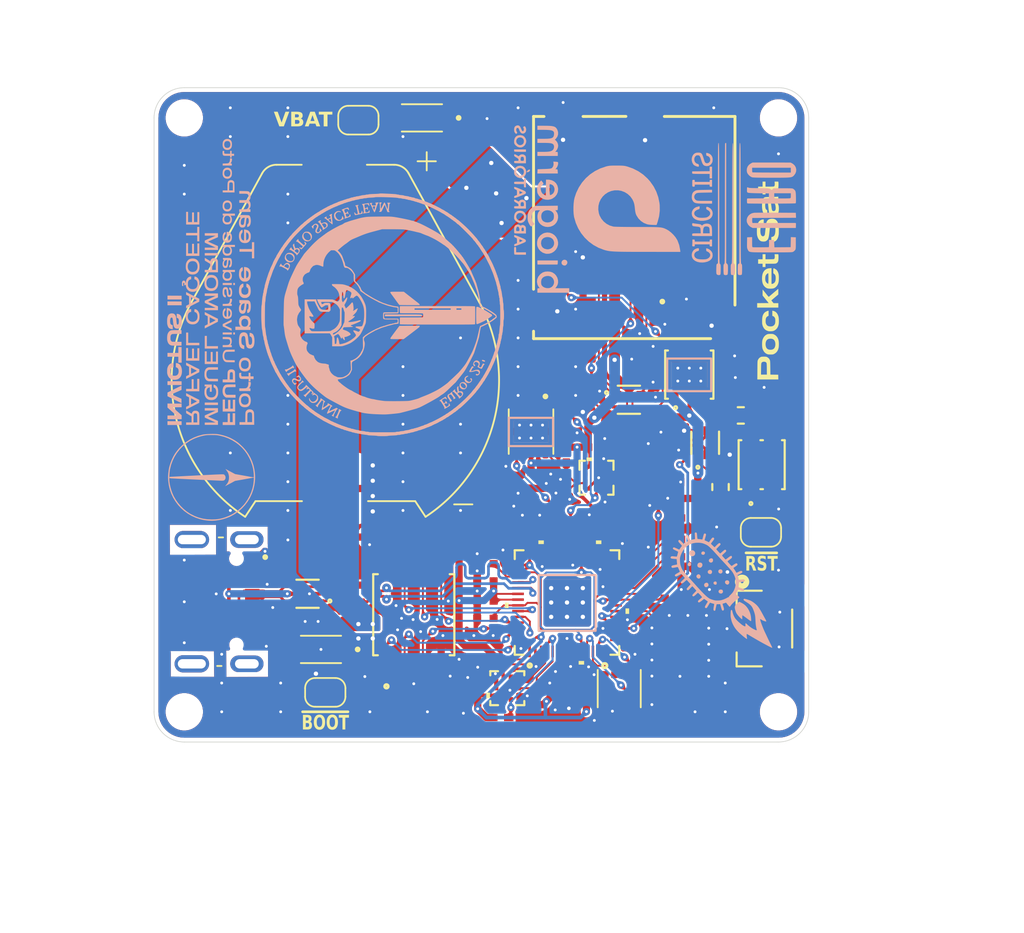
<source format=kicad_pcb>
(kicad_pcb (version 20241229) (generator "pcbnew") (generator_version "9.0")
  (layers (0 "F.Cu" signal) (4 "In1.Cu" power) (6 "In2.Cu" power) (2 "B.Cu" signal) (13 "F.Paste" user) (15 "B.Paste" user) (5 "F.SilkS" user "F.Silkscreen") (7 "B.SilkS" user "B.Silkscreen") (1 "F.Mask" user) (3 "B.Mask" user) (25 "Edge.Cuts" user))
  (net 0 "")
  (net 1 "GND")
  (net 2 "+3.3V")
  (net 3 "Net-(MCU2-VREG_VOUT)")
  (net 4 "Net-(MCU2-RUN)")
  (net 5 "VBUS")
  (net 6 "+5V")
  (net 7 "/SD-Card SCK SPI")
  (net 8 "/SD-Card MOSI SPI")
  (net 9 "/SD-Card  ~{CS} SPI")
  (net 10 "/SD-Card MISO SPI")
  (net 11 "/USB_DN")
  (net 12 "/SDA1 I2C")
  (net 13 "/SCL1 I2C")
  (net 16 "Net-(J20-CC2)")
  (net 20 "Net-(J20-CC1)")
  (net 26 "/USB ~{BOOT}")
  (net 27 "/MCU ~{RST}")
  (net 28 "/SCL0 I2C")
  (net 29 "/Humidity RDY")
  (net 31 "Net-(MCU2-SWD)")
  (net 32 "Net-(MCU2-SWCLK)")
  (net 33 "/SCK1 SPI")
  (net 34 "/MCU SD3 SPI")
  (net 35 "/MOSI1 SPI")
  (net 36 "/MCU ~{CS} SPI")
  (net 37 "/BAR2 RDY")
  (net 38 "/MCU SD1 SPI")
  (net 39 "/SDA0 I2C")
  (net 40 "/Crystal")
  (net 41 "/MISO1 SPI")
  (net 42 "Net-(XTAL2-TRI-STATE(STBY))")
  (net 43 "/MCU SCLK SPI")
  (net 47 "/BAR1 RDY")
  (net 49 "/MCU SD2 SPI")
  (net 51 "/MCU SD0 SPI")
  (net 52 "/SWD")
  (net 53 "/CLK SWD")
  (net 54 "VBAT")
  (net 56 "/D+")
  (net 57 "/D-")
  (net 59 "/USB_DP")
  (net 61 "/HUM ~{CS} SPI")
  (net 71 "Net-(JP6-A)")
  (net 72 "Net-(U2-A_Green)")
  (net 73 "Net-(IC1-E2)")
  (net 74 "Net-(IC1-E1)")
  (net 75 "Net-(U2-A_Red)")
  (net 76 "/Red Status")
  (net 77 "/Green Status")
  (footprint "Capacitor-0402:Capacitor_0402" (layer "F.Cu") (at 127.4 84.8 90)
    (property "Reference" "C11" (hide yes))
    (property "Value" "100n")
  )
  (footprint "Resistor-0402:RES_0402" (layer "F.Cu") (at 128.65 77.547201 90)
    (property "Reference" "R18" (hide yes))
    (property "Value" "2k")
  )
  (footprint "Capacitor-0402:Capacitor_0402" (layer "F.Cu") (at 122.5715 57.2675)
    (property "Reference" "C27" (hide yes))
    (property "Value" "4.7u")
  )
  (footprint "VLMKG3400-GS08:SMT_00-GS08_VIS" (layer "F.Cu") (at 142.23 80.7157 90)
    (property "Reference" "U2" (hide yes))
    (property "Value" "VLMKG3400-GS08")
  )
  (footprint "MountingHole:MountingHole_2.2mm_M2_ISO7380" (layer "F.Cu") (at 143.4 97.9)
    (property "Reference" "H2" (hide yes))
    (property "Value" "MountingHole")
  )
  (footprint "Capacitor-0402:Capacitor_0402" (layer "F.Cu") (at 130.749997 79.496004)
    (property "Reference" "C3" (hide yes))
    (property "Value" "100nF")
  )
  (footprint "Capacitor-0402:Capacitor_0402" (layer "F.Cu") (at 140.999997 75.228499 -90)
    (property "Reference" "C24" (hide yes))
    (property "Value" "1u")
  )
  (footprint "Resistor-0402:RES_0402" (layer "F.Cu") (at 108.55 87.65 -90)
    (property "Reference" "R9" (hide yes))
    (property "Value" "5k1")
  )
  (footprint "MountingHole:MountingHole_2.2mm_M2_ISO7380" (layer "F.Cu") (at 143.4 56.6)
    (property "Reference" "H3" (hide yes))
    (property "Value" "MountingHole")
  )
  (footprint "Capacitor-0402:Capacitor_0402" (layer "F.Cu") (at 123.028499 91.4)
    (property "Reference" "C19" (hide yes))
    (property "Value" "100n")
  )
  (footprint "Capacitor-0402:Capacitor_0402" (layer "F.Cu") (at 112.649999 91.618498 180)
    (property "Reference" "C36" (hide yes))
    (property "Value" "100n")
  )
  (footprint "Resistor-0402:RES_0402" (layer "F.Cu") (at 137.147201 84.420276 180)
    (property "Reference" "R16" (hide yes))
    (property "Value" "1k")
  )
  (footprint "Resistor-0402:RES_0402" (layer "F.Cu") (at 113.749999 90.268498)
    (property "Reference" "R10" (hide yes))
    (property "Value" "27")
  )
  (footprint "Resistor-0402:RES_0402" (layer "F.Cu") (at 128.65 80.052799 -90)
    (property "Reference" "R17" (hide yes))
    (property "Value" "2k")
  )
  (footprint "BARO LPS22DFTR:QFN_22DFTR_STM" (layer "F.Cu") (at 124.549937 96.2571 90)
    (property "Reference" "U4" (hide yes))
    (property "Value" "LPS22DFTR")
  )
  (footprint "Capacitor-0402:Capacitor_0402" (layer "F.Cu") (at 136.6 82.491777 90)
    (property "Reference" "C20" (hide yes))
    (property "Value" "1u")
  )
  (footprint "Resistor-0402:RES_0402" (layer "F.Cu") (at 137.147201 87.121623 180)
    (property "Reference" "R12" (hide yes))
    (property "Value" "100")
  )
  (footprint "USBC-DX07S016JA1:JAE_DX07S016JA1R1500" (layer "F.Cu") (at 105.725 90.243498 -90)
    (property "Reference" "J20" (hide yes))
    (property "Value" "DX07S016JA1R1500")
  )
  (footprint "Jumper:SolderJumper-2_P1.3mm_Open_RoundedPad1.0x1.5mm" (layer "F.Cu") (at 111.8986 96.55)
    (property "Reference" "JP4" (hide yes))
    (property "Value" "Jumper_2_Open")
  )
  (footprint "Resistor-0402:RES_0402" (layer "F.Cu") (at 109.174999 91.618498)
    (property "Reference" "R24" (hide yes))
    (property "Value" "5k1")
  )
  (footprint "Capacitor-0402:Capacitor_0402" (layer "F.Cu") (at 132.625 74.075)
    (property "Reference" "C25" (hide yes))
    (property "Value" "4.7u")
  )
  (footprint "Resistor-0402:RES_0402" (layer "F.Cu") (at 124.097201 98.3)
    (property "Reference" "R27" (hide yes))
    (property "Value" "2k")
  )
  (footprint "Capacitor-0402:Capacitor_0402" (layer "F.Cu") (at 132.625 72.775)
    (property "Reference" "C26" (hide yes))
    (property "Value" "4.7u")
  )
  (footprint "RP2040:QFN56_7X7_RPI" (layer "F.Cu") (at 128.7 90.3 90)
    (property "Reference" "MCU2" (hide yes))
    (property "Value" "RP2040")
  )
  (footprint "BARO BMP581:QFN10_BMP581_BOS" (layer "F.Cu") (at 130.75 81.623001)
    (property "Reference" "U6" (hide yes))
    (property "Value" "BMP581")
  )
  (footprint "PocketSat-text:PocketSat_txt" (layer "F.Cu") (at 142.8 67.95 90)
    (property "Reference" "G***" (hide yes))
    (property "Value" "LOGO" (hide yes))
  )
  (footprint "1062TR:BAT_1062TR" (layer "F.Cu") (at 112.6 71.4925 180)
    (property "Reference" "BT1" (hide yes))
    (property "Value" "1062TR")
  )
  (footprint "Diode-Schottky_PMEG2010ER:SODFL3517X110N" (layer "F.Cu") (at 111.6 93.5625 180)
    (property "Reference" "D1" (hide yes))
    (property "Value" "PMEG2010ER")
  )
  (footprint "Capacitor-0402:Capacitor_0402" (layer "F.Cu") (at 121.237336 96.085725 -90)
    (property "Reference" "C1" (hide yes))
    (property "Value" "100nF")
  )
  (footprint "Capacitor-0402:Capacitor_0402" (layer "F.Cu") (at 123.028499 87.6)
    (property "Reference" "C17" (hide yes))
    (property "Value" "100n")
  )
  (footprint "Resistor-0402:RES_0402" (layer "F.Cu") (at 136.375 96.7 180)
    (property "Reference" "R19" (hide yes))
    (property "Value" "10k")
  )
  (footprint "Capacitor-0402:Capacitor_0402" (layer "F.Cu") (at 136.071501 90)
    (property "Reference" "C9" (hide yes))
    (property "Value" "100n")
  )
  (footprint "HDC2080DMBR:SON100P300X300X80-7N" (layer "F.Cu") (at 126.2 78.415 -90)
    (property "Reference" "U1" (hide yes))
    (property "Value" "HDC2080DMBR")
  )
  (footprint "Resistor-0603:RES_0603" (layer "F.Cu") (at 140.78 77.29)
    (property "Reference" "R5" (hide yes))
    (property "Value" "100")
  )
  (footprint "Capacitor-0402:Capacitor_0402" (layer "F.Cu") (at 128.800001 96.441544 -90)
    (property "Reference" "C15" (hide yes))
    (property "Value" "100n")
  )
  (footprint "TVS-SP3004:SOT563_LTF" (layer "F.Cu") (at 133 76.2)
    (property "Reference" "D3" (hide yes))
    (property "Value" "SP3004-04XTG")
  )
  (footprint "Capacitor-0402:Capacitor_0402" (layer "F.Cu") (at 130.749999 78.246001 180)
    (property "Reference" "C13" (hide yes))
    (property "Value" "100nF")
  )
  (footprint "Capacitor-0402:Capacitor_0402" (layer "F.Cu") (at 132.300001 98.488745)
    (property "Reference" "C5" (hide yes))
    (property "Value" "100n")
  )
  (footprint "Capacitor-0402:Capacitor_0402" (layer "F.Cu") (at 136.071501 88.8)
    (property "Reference" "C18" (hide yes))
    (property "Value" "1u")
  )
  (footprint "Diode-Schottky_PMEG2010ER:SODFL3517X110N" (layer "F.Cu") (at 118.6175 56.6 180)
    (property "Reference" "D2" (hide yes))
    (property "Value" "PMEG2010ER")
  )
  (footprint "AS12MHz:ASE24576MHZLCT" (layer "F.Cu") (at 136.475 93.35 90)
    (property "Reference" "XTAL2" (hide yes))
    (property "Value" "ASE-12.000MHZ-LC-T" (hide yes))
  )
  (footprint "Resistor-0402:RES_0402" (layer "F.Cu") (at 113.749999 89.093498)
    (property "Reference" "R11" (hide yes))
    (property "Value" "27")
  )
  (footprint "Jumper:SolderJumper-2_P1.3mm_Open_RoundedPad1.0x1.5mm" (layer "F.Cu") (at 142.18 85.42 180)
    (property "Reference" "JP5" (hide yes))
    (property "Value" "Jumper_2_Open")
  )
  (footprint "Capacitor-0402:Capacitor_0402" (layer "F.Cu") (at 126.2 84.8 90)
    (property "Reference" "C12" (hide yes))
    (property "Value" "100n")
  )
  (footprint "TVS-SP3004:SOT563_LTF" (layer "F.Cu") (at 110.667399 89.693498 180)
    (property "Reference" "D4" (hide yes))
    (property "Value" "SP3004-04XTG")
  )
  (footprint "Capacitor-0402:Capacitor_0402" (layer "F.Cu") (at 122.5715 56.0675)
    (property "Reference" "C6" (hide yes))
    (property "Value" "1u")
  )
  (footprint "Capacitor-0402:Capacitor_0402" (layer "F.Cu") (at 126.2 81.797201 90)
    (property "Reference" "C28" (hide yes))
    (property "Value" "100n")
  )
  (footprint "NOR Flash:SOIC_208MIL_WIN" (layer "F.Cu") (at 118.05 91.15 90)
    (property "Reference" "U5" (hide yes))
    (property "Value" "W25Q128JVSIQ TR")
  )
  (footprint "BME280:BME280" (layer "F.Cu") (at 132.325001 96.288745 90)
    (property "Reference" "HM1" (hide yes))
    (property "Value" "PSON65P250X250X100-8N")
  )
  (footprint "SD-CARD_MEM2061-01-188-00-A:GCT_MEM2061-01-188-00-A_REVA" (layer "F.Cu") (at 133.375 64.225)
    (property "Reference" "J3" (hide yes))
    (property "Value" "MEM2061-01-188-00-A_REVA")
  )
  (footprint "LDO ST1L05A:DFN_5APU33R_STM" (layer "F.Cu") (at 137.2 74.4522 90)
    (property "Reference" "U8" (hide yes))
    (property "Value" "ST1L05APU33R")
  )
  (footprint "Resistor-0402:RES_0402" (layer "F.Cu") (at 114.804198 96.55)
    (property "Reference" "R22" (hide yes))
    (property "Value" "1k")
  )
  (footprint "Resistor-0603:RES_0603" (layer "F.Cu") (at 139.37 82.27 90)
    (property "Reference" "R4" (hide yes))
    (property "Value" "100")
  )
  (footprint "MountingHole:MountingHole_2.2mm_M2_ISO7380" (layer "F.Cu") (at 102.1 56.6)
    (property "Reference" "H4" (hide yes))
    (property "Value" "MountingHole")
  )
  (footprint "Capacitor-0402:Capacitor_0402" (layer "F.Cu") (at 139.8 75.228499 -90)
    (property "Reference" "C22" (hide yes))
    (property "Value" "4.7u")
  )
  (footprint "Resistor-0402:RES_0402" (layer "F.Cu") (at 126.6 96.852799 90)
    (property "Reference" "R26" (hide yes))
    (property "Value" "2k")
  )
  (footprint "Capacitor-0402:Capacitor_0402" (layer "F.Cu") (at 125 84.8 90)
    (property "Reference" "C8" (hide yes))
    (property "Value" "1uF")
  )
  (footprint "Capacitor-0402:Capacitor_0402" (layer "F.Cu") (at 130.050001 96.441544 -90)
    (property "Reference" "C4" (hide yes))
    (property "Value" "100n")
  )
  (footprint "Capacitor-0402:Capacitor_0402" (layer "F.Cu") (at 123.028499 90.2 180)
    (property "Reference" "C14" (hide yes))
    (property "Value" "100n")
  )
  (footprint "MountingHole:MountingHole_2.2mm_M2_ISO7380" (layer "F.Cu") (at 102.1 97.9)
    (property "Reference" "H1" (hide yes))
    (property "Value" "MountingHole")
  )
  (footprint "Capacitor-0402:Capacitor_0402" (layer "F.Cu") (at 136.374999 97.9)
    (property "Reference" "C33" (hide yes))
    (property "Value" "1uF")
  )
  (footprint "Jumper:SolderJumper-2_P1.3mm_Open_RoundedPad1.0x1.5mm" (layer "F.Cu") (at 114.2 56.7575 180)
    (property "Reference" "JP6" (hide yes))
    (property "Value" "Jumper_2_Open")
  )
  (footprint "Capacitor-0402:Capacitor_0402" (layer "F.Cu") (at 135.8 77.402799)
    (property "Reference" "C23" (hide yes))
    (property "Value" "4.7u")
  )
  (footprint "Resistor-0402:RES_0402" (layer "F.Cu") (at 137.147201 85.9 180)
    (property "Reference" "R15" (hide yes))
    (property "Value" "100")
  )
  (footprint "2 PNP:SOT-563_1P3X1P7_ONS" (layer "F.Cu") (at 138.302 79.1918 90)
    (property "Reference" "IC1" (hide yes))
    (property "Value" "NSVT30010MXV6T1G")
  )
  (footprint "Capacitor-0402:Capacitor_0402" (layer "F.Cu") (at 129.7 84.8 90)
    (property "Reference" "C7" (hide yes))
    (property "Value" "100n")
  )
  (footprint "Capacitor-0402:Capacitor_0402" (layer "F.Cu") (at 115.55 85.750001 180)
    (property "Reference" "C21" (hide yes))
    (property "Value" "100n")
  )
  (footprint "Capacitor-0402:Capacitor_0402" (layer "F.Cu") (at 123.028499 88.8 180)
    (property "Reference" "C16" (hide yes))
    (property "Value" "100n")
  )
  (footprint "Capacitor-0402:Capacitor_0402" (layer "F.Cu") (at 123.065835 94.257226 180)
    (property "Reference" "C10" (hide yes))
    (property "Value" "100n")
  )
  (footprint "Capacitor-0402:Capacitor_0402" (layer "F.Cu") (at 122.493512 96.085725 -90)
    (property "Reference" "C2" (hide yes))
    (property "Value" "100nF")
  )
  (footprint "SWD_Con:CONN_BM03B-SRSS-TBLFSN_JST" (layer "F.Cu") (at 142.42 92.11 90)
    (property "Reference" "J5" (hide yes))
    (property "Value" "BM03B-SRSS-TBLFSN")
  )
  (footprint "Resistor-0402:RES_0402" (layer "F.Cu") (at 137.790652 82.491777 -90)
    (property "Reference" "R8" (hide yes))
    (property "Value" "1k")
  )
  (footprint "FEUP-text:Feup-text" (layer "B.Cu") (at 105.8 68 90)
    (property "Reference" "G***" (hide yes))
    (property "Value" "LOGO" (hide yes))
  )
  (footprint "Eurocircuits:LogoEurocircuits" (layer "B.Cu") (at 140.822799 62.946429 90)
    (property "Reference" "G***" (hide yes))
    (property "Value" "LOGO" (hide yes))
  )
  (footprint "Biogerm:LogoBiogerm" (layer "B.Cu") (at 130.8 62.936583 90)
    (property "Reference" "G***" (hide yes))
    (property "Value" "LOGO" (hide yes))
  )
  (footprint "LogoPST:LogoPST" (layer "B.Cu") (at 104 81.6 90)
    (property "Reference" "G***" (hide yes))
    (property "Value" "LOGO" (hide yes))
  )
  (footprint "PocketSat:PocketSatLogo" (layer "B.Cu") (at 139.536302 92.213823 180)
    (property "Reference" "G***" (hide yes))
    (property "Value" "LOGO" (hide yes))
  )
  (footprint "Invictus:LogoInvictus" (layer "B.Cu") (at 115.9 70.3 90)
    (property "Reference" "G***" (hide yes))
    (property "Value" "LOGO" (hide yes))
  )
  (footprint "PocketSat_Assin:PocketSat_Assin" (layer "B.Cu") (at 102.6 70.557581 90)
    (property "Reference" "G***" (hide yes))
    (property "Value" "LOGO" (hide yes))
  )
  (gr_rect (start 124.66 77.45725) (end 127.73 79.42275) (stroke (width 0.15)) (fill no) (layer "B.SilkS"))
  (gr_rect (start 126.7344 88.3944) (end 130.69 92.27) (stroke (width 0.15)) (fill no) (layer "B.SilkS"))
  (gr_rect (start 135.665 73.336) (end 138.72 75.604) (stroke (width 0.15)) (fill no) (layer "B.SilkS"))
  (gr_arc (start 145.5 97.9) (mid 144.884924 99.384924) (end 143.4 100) (stroke (width 0.05)) (layer "Edge.Cuts"))
  (gr_arc (start 102.1 100) (mid 100.615076 99.384924) (end 100 97.9) (stroke (width 0.05)) (layer "Edge.Cuts"))
  (gr_arc (start 100 56.6) (mid 100.615076 55.115076) (end 102.1 54.5) (stroke (width 0.05)) (layer "Edge.Cuts"))
  (gr_line (start 145.5 56.6) (end 145.5 97.9) (stroke (width 0.05)) (layer "Edge.Cuts"))
  (gr_arc (start 143.4 54.5) (mid 144.884924 55.115076) (end 145.5 56.6) (stroke (width 0.05)) (layer "Edge.Cuts"))
  (gr_line (start 100 97.9) (end 100 56.6) (stroke (width 0.05)) (layer "Edge.Cuts"))
  (gr_line (start 102.1 54.5) (end 143.4 54.5) (stroke (width 0.05)) (layer "Edge.Cuts"))
  (gr_line (start 143.4 100) (end 102.1 100) (stroke (width 0.05)) (layer "Edge.Cuts"))
  (gr_text "VBAT" (at 108.32 57.36 0) (layer "F.SilkS") (effects (font (size 1 1) (thickness 0.16) (bold yes)) (justify left bottom)))
  (gr_text "~{RST}" (at 141.07 88.25 0) (layer "F.SilkS") (effects (font (size 1 0.75) (thickness 0.1875) (bold yes)) (justify left bottom)))
  (gr_text "~{BOOT}" (at 110.25 99.3 0) (layer "F.SilkS") (effects (font (size 1 0.75) (thickness 0.1875) (bold yes)) (justify left bottom)))
  (segment (start 111.2486 95.4514) (end 111.2486 96.55) (width 1) (layer "F.Cu") (net 1))
  (segment (start 126.8 84.2285) (end 127.4 84.2285) (width 0.5) (layer "F.Cu") (net 1))
  (segment (start 140.999997 74.656999) (end 139.8 74.656999) (width 0.5) (layer "F.Cu") (net 1))
  (segment (start 123.762537 95.756973) (end 123.762536 96.257099) (width 0.25) (layer "F.Cu") (net 1))
  (segment (start 122.456999 87.6) (end 122.456999 88.1) (width 0.5) (layer "F.Cu") (net 1))
  (segment (start 107.71 86.74) (end 108.113498 87.143498) (width 0.5) (layer "F.Cu") (net 1))
  (segment (start 130.965748 75.6) (end 130.965748 76.015748) (width 0.185) (layer "F.Cu") (net 1))
  (segment (start 125 84.2285) (end 125.6 84.2285) (width 0.5) (layer "F.Cu") (net 1))
  (segment (start 123.777472 95.399982) (end 123.762537 95.414917) (width 0.25) (layer "F.Cu") (net 1))
  (segment (start 125.143026 95.756974) (end 125.337337 95.756974) (width 0.13) (layer "F.Cu") (net 1))
  (segment (start 123.762537 95.414917) (end 123.762537 95.756974) (width 0.25) (layer "F.Cu") (net 1))
  (segment (start 124.802237 96.330137) (end 124.802237 96.097763) (width 0.13) (layer "F.Cu") (net 1))
  (segment (start 125.3 82.7) (end 125 83) (width 0.5) (layer "F.Cu") (net 1))
  (segment (start 122.456999 89.5) (end 122.456999 91.4) (width 0.5) (layer "F.Cu") (net 1))
  (segment (start 130.965748 76.015748) (end 131.15 76.2) (width 0.185) (layer "F.Cu") (net 1))
  (segment (start 120.58005 95.41995) (end 119.955 94.7949) (width 0.5) (layer "F.Cu") (net 1))
  (segment (start 130.25 84.2) (end 129.7285 84.2) (width 0.5) (layer "F.Cu") (net 1))
  (segment (start 111.4 91.618498) (end 112.078499 91.618498) (width 0.5) (layer "F.Cu") (net 1))
  (segment (start 123.143 56.0675) (end 123.143 56.65) (width 0.5) (layer "F.Cu") (net 1))
  (segment (start 111.518299 89.693498) (end 110.799999 89.693498) (width 0.25) (layer "F.Cu") (net 1))
  (segment (start 133.1965 73.375) (end 133.1965 74.075) (width 0.5) (layer "F.Cu") (net 1))
  (segment (start 122.493512 95.514225) (end 121.8 95.514225) (width 0.5) (layer "F.Cu") (net 1))
  (segment (start 128.425 58.125) (end 128.425 56.9) (width 1) (layer "F.Cu") (net 1))
  (segment (start 129.7285 84.2) (end 129.7 84.2285) (width 0.5) (layer "F.Cu") (net 1))
  (segment (start 129.4 65.9) (end 129.8 66.3) (width 0.5) (layer "F.Cu") (net 1))
  (segment (start 112.6275 82.4) (end 112.6 82.3725) (width 1) (layer "F.Cu") (net 1))
  (segment (start 124.732374 96.4) (end 124.808674 96.4) (width 0.185) (layer "F.Cu") (net 1))
  (segment (start 131.249999 83.221152) (end 131.34231 83.313463) (width 0.25) (layer "F.Cu") (net 1))
  (segment (start 122.494335 94.257226) (end 122.494335 94.8) (width 0.5) (layer "F.Cu") (net 1))
  (segment (start 125 83) (end 125 84.2285) (width 0.5) (layer "F.Cu") (net 1))
  (segment (start 129.3 65.9) (end 129.4 65.9) (width 0.5) (layer "F.Cu") (net 1))
  (segment (start 122.456999 88.1) (end 122.456999 89.5) (width 0.5) (layer "F.Cu") (net 1))
  (segment (start 131.728501 98.488745) (end 131.728501 97.984745) (width 0.25) (layer "F.Cu") (net 1))
  (segment (start 131.728501 97.984745) (end 131.856623 97.856623) (width 0.25) (layer "F.Cu") (net 1))
  (segment (start 136.249999 73.0044) (end 136.249999 73.749999) (width 0.5) (layer "F.Cu") (net 1))
  (segment (start 111.25 95.45) (end 111.2486 95.4514) (width 1) (layer "F.Cu") (net 1))
  (segment (start 128.800001 97.013045) (end 128.800001 97.630001) (width 0.5) (layer "F.Cu") (net 1))
  (segment (start 134.125 56.9) (end 134.125 58.15) (width 1) (layer "F.Cu") (net 1))
  (segment (start 125.631299 82.368701) (end 126.2 82.368701) (width 0.5) (layer "F.Cu") (net 1))
  (segment (start 123.143 56.65) (end 123.143 57.2675) (width 0.5) (layer "F.Cu") (net 1))
  (segment (start 108.503703 87.143498) (end 108.55 87.097201) (width 0.5) (layer "F.Cu") (net 1))
  (segment (start 111.4 91.618498) (end 110.5 91.618498) (width 0.5) (layer "F.Cu") (net 1))
  (segment (start 136.84 78.3536) (end 137.794 78.3536) (width 0.185) (layer "F.Cu") (net 1))
  (segment (start 130.250001 82.396002) (end 130.250001 82.274999) (width 0.185) (layer "F.Cu") (net 1))
  (segment (start 120.674325 95.514225) (end 120.58005 95.41995) (width 0.5) (layer "F.Cu") (net 1))
  (segment (start 132.000001 97.713245) (end 132.000001 97.258745) (width 0.25) (layer "F.Cu") (net 1))
  (segment (start 125.3 82.7) (end 125.631299 82.368701) (width 0.5) (layer "F.Cu") (net 1))
  (segment (start 139.8 74.656999) (end 140.4 74.656999) (width 0.5) (layer "F.Cu") (net 1))
  (segment (start 123.777472 95.302472) (end 123.777472 95.399982) (width 0.25) (layer "F.Cu") (net 1))
  (segment (start 128.025567 70.05) (end 126.825 70.05) (width 1) (layer "F.Cu") (net 1))
  (segment (start 140.9916 92.11) (end 139.83 92.11) (width 0.25) (layer "F.Cu") (net 1))
  (segment (start 136.643001 88.8) (end 136.643001 90) (width 0.5) (layer "F.Cu") (net 1))
  (segment (start 107.71 86.74) (end 107.306502 87.143498) (width 0.5) (layer "F.Cu") (net 1))
  (segment (start 142.83 85.42) (end 142.83 84.38) (width 0.5) (layer "F.Cu") (net 1))
  (segment (start 125.2 77.763516) (end 125.4 77.963516) (width 0.25) (layer "F.Cu") (net 1))
  (segment (start 129.815 67.65) (end 129.815 66.315) (width 0.75) (layer "F.Cu") (net 1))
  (segment (start 122.494335 94.8) (end 122.494335 95.513402) (width 0.5) (layer "F.Cu") (net 1))
  (segment (start 139.975 71.05) (end 138.75 71.05) (width 0.75) (layer "F.Cu") (net 1))
  (segment (start 130.581255 95.318745) (end 130.050001 95.849999) (width 0.5) (layer "F.Cu") (net 1))
  (segment (start 142.83 84.38) (end 143.41 83.8) (width 0.5) (layer "F.Cu") (net 1))
  (segment (start 130.050001 95.849999) (end 130.050001 95.870044) (width 0.5) (layer "F.Cu") (net 1))
  (segment (start 131.249999 79.567502) (end 131.321497 79.496004) (width 0.25) (layer "F.Cu") (net 1))
  (segment (start 124.802237 96.097763) (end 125.143026 95.756974) (width 0.13) (layer "F.Cu") (net 1))
  (segment (start 122.456999 86.906999) (end 122.456999 87.6) (width 0.5) (layer "F.Cu") (net 1))
  (segment (start 130.75 80.85) (end 131.249999 80.85) (width 0.25) (layer "F.Cu") (net 1))
  (segment (start 122.494335 95.513402) (end 122.493512 95.514225) (width 0.5) (layer "F.Cu") (net 1))
  (segment (start 125.2 76.98) (end 125.2 77.763516) (width 0.25) (layer "F.Cu") (net 1))
  (segment (start 108.113498 87.143498) (end 108.503703 87.143498) (width 0.5) (layer "F.Cu") (net 1))
  (segment (start 140.01 80.02) (end 138.82 80.02) (width 0.25) (layer "F.Cu") (net 1))
  (segment (start 131.249999 82.396002) (end 131.249999 83.221152) (width 0.25) (layer "F.Cu") (net 1))
  (segment (start 136.249999 73.749999) (end 136.4 73.9) (width 0.5) (layer "F.Cu") (net 1))
  (segment (start 109.727798 91.618498) (end 110.5 91.618498) (width 0.5) (layer "F.Cu") (net 1))
  (segment (start 121.8 95.514225) (end 120.674325 95.514225) (width 0.5) (layer "F.Cu") (net 1))
  (segment (start 114.9785 86.2785) (end 114.9785 85.750001) (width 0.5) (layer "F.Cu") (net 1))
  (segment (start 130.250001 82.274999) (end 130.9 81.625) (width 0.185) (layer "F.Cu") (net 1))
  (segment (start 130.581255 95.318745) (end 131.350001 95.318745) (width 0.5) (layer "F.Cu") (net 1))
  (segment (start 132.720979 91.300001) (end 132.1036 91.300001) (width 0.13) (layer "F.Cu") (net 1))
  (segment (start 132.9 91.479022) (end 132.720979 91.300001) (width 0.13) (layer "F.Cu") (net 1))
  (segment (start 137.6 97.9) (end 136.946499 97.9) (width 0.5) (layer "F.Cu") (net 1))
  (segment (start 107.8 93.343498) (end 106.825 93.343498) (width 0.5) (layer "F.Cu") (net 1))
  (segment (start 131.15 76.2) (end 132.1491 76.2) (width 0.185) (layer "F.Cu") (net 1))
  (segment (start 129.815 66.315) (end 129.8 66.3) (width 0.75) (layer "F.Cu") (net 1))
  (segment (start 107.306502 87.143498) (end 106.825 87.143498) (width 0.5) (layer "F.Cu") (net 1))
  (segment (start 131.856623 97.856623) (end 132.000001 97.713245) (width 0.25) (layer "F.Cu") (net 1))
  (segment (start 128.800001 97.630001) (end 128.83 97.66) (width 0.5) (layer "F.Cu") (net 1))
  (segment (start 137.083336 92.083336) (end 137.3 92.3) (width 0.5) (layer "F.Cu") (net 1))
  (segment (start 139.83 92.11) (end 139.82 92.12) (width 0.25) (layer "F.Cu") (net 1))
  (segment (start 126.2 76.98) (end 126.2 77.963516) (width 0.25) (layer "F.Cu") (net 1))
  (segment (start 111.25 95.25) (end 111.25 95.45) (width 1) (layer "F.Cu") (net 1))
  (segment (start 132.9 91.5) (end 132.9 91.479022) (width 0.13) (layer "F.Cu") (net 1))
  (segment (start 135.2285 77.402799) (end 135.2285 78.453501) (width 0.5) (layer "F.Cu") (net 1))
  (segment (start 133.1965 72.775) (end 133.1965 73.375) (width 0.5) (layer "F.Cu") (net 1))
  (segment (start 131.321497 79.496004) (end 131.321497 78.246003) (width 0.5) (layer "F.Cu") (net 1))
  (segment (start 131.321497 78.246003) (end 131.321499 78.246001) (width 0.5) (layer "F.Cu") (net 1))
  (segment (start 125.6 84.2285) (end 126.8 84.2285) (width 0.5) (layer "F.Cu") (net 1))
  (segment (start 131.249999 80.85) (end 131.249999 79.567502) (width 0.25) (layer "F.Cu") (net 1))
  (segment (start 123.725 95.25) (end 123.777472 95.302472) (width 0.25) (layer "F.Cu") (net 1))
  (via (at 125.4 77.963516) (size 0.5) (drill 0.2) (layers "F.Cu" "B.Cu") (padstack (mode front_inner_back) (layer "Inner" (size 0.6)) (layer "B.Cu" (size 0.5))) (net 1))
  (via (at 133.75 71.6) (size 0.5) (drill 0.2) (layers "F.Cu" "B.Cu") (padstack (mode front_inner_back) (layer "Inner" (size 0.6)) (layer "B.Cu" (size 0.5))) (net 1))
  (via (at 122.456999 86.906999) (size 0.5) (drill 0.2) (layers "F.Cu" "B.Cu") (padstack (mode front_inner_back) (layer "Inner" (size 0.6)) (layer "B.Cu" (size 0.5))) (net 1))
  (via (at 121.3 77.9) (size 0.5) (drill 0.2) (layers "F.Cu" "B.Cu") (padstack (mode front_inner_back) (layer "Inner" (size 0.6)) (layer "B.Cu" (size 0.5))) (net 1))
  (via (at 134.6 97.4) (size 0.5) (drill 0.2) (layers "F.Cu" "B.Cu") (padstack (mode front_inner_back) (layer "Inner" (size 0.6)) (layer "B.Cu" (size 0.5))) (net 1))
  (via (at 138.9 55.9) (size 0.5) (drill 0.2) (layers "F.Cu" "B.Cu") (padstack (mode front_inner_back) (layer "Inner" (size 0.6)) (layer "B.Cu" (size 0.5))) (net 1))
  (via (at 143.49 90.97) (size 0.5) (drill 0.2) (layers "F.Cu" "B.Cu") (net 1))
  (via (at 130.965748 75.6) (size 0.5) (drill 0.2) (layers "F.Cu" "B.Cu") (padstack (mode front_inner_back) (layer "Inner" (size 0.6)) (layer "B.Cu" (size 0.5))) (net 1))
  (via (at 127 78.863516) (size 0.5) (drill 0.2) (layers "F.Cu" "B.Cu") (padstack (mode front_inner_back) (layer "Inner" (size 0.6)) (layer "B.Cu" (size 0.5))) (net 1))
  (via (at 128.95 94.75) (size 0.5) (drill 0.2) (layers "F.Cu" "B.Cu") (padstack (mode front_inner_back) (layer "Inner" (size 0.6)) (layer "B.Cu" (size 0.5))) (net 1))
  (via (at 104.7 93.9) (size 0.5) (drill 0.2) (layers "F.Cu" "B.Cu") (padstack (mode front_inner_back) (layer "Inner" (size 0.6)) (layer "B.Cu" (size 0.5))) (net 1))
  (via (at 126.2 77.963516) (size 0.5) (drill 0.2) (layers "F.Cu" "B.Cu") (padstack (mode front_inner_back) (layer "Inner" (size 0.6)) (layer "B.Cu" (size 0.5))) (net 1))
  (via (at 133.1965 73.375) (size 0.5) (drill 0.2) (layers "F.Cu" "B.Cu") (net 1))
  (via (at 140.4 74.656999) (size 0.5) (drill 0.2) (layers "F.Cu" "B.Cu") (padstack (mode front_inner_back) (layer "Inner" (size 0.6)) (layer "B.Cu" (size 0.5))) (net 1))
  (via (at 124.450511 80.827759) (size 0.5) (drill 0.2) (layers "F.Cu" "B.Cu") (padstack (mode front_inner_back) (layer "Inner" (size 0.6)) (layer "B.Cu" (size 0.5))) (net 1))
  (via (at 107.860501 89.032982) (size 0.5) (drill 0.2) (layers "F.Cu" "B.Cu") (padstack (mode front_inner_back) (layer "Inner" (size 0.6)) (layer "B.Cu" (size 0.5))) (net 1))
  (via (at 122.494335 94.8) (size 0.5) (drill 0.2) (layers "F.Cu" "B.Cu") (padstack (mode front_inner_back) (layer "Inner" (size 0.6)) (layer "B.Cu" (size 0.5))) (net 1))
  (via (at 122.225 92.6) (size 0.5) (drill 0.2) (layers "F.Cu" "B.Cu") (padstack (mode front_inner_back) (layer "Inner" (size 0.6)) (layer "B.Cu" (size 0.5))) (net 1))
  (via (at 135.5 70.95) (size 0.5) (drill 0.2) (layers "F.Cu" "B.Cu") (padstack (mode front_inner_back) (layer "Inner" (size 0.6)) (layer "B.Cu" (size 0.5))) (net 1))
  (via (at 129.8 90.3) (size 0.7) (drill 0.3) (layers "F.Cu" "B.Cu") (net 1))
  (via (at 126.55 94.75) (size 0.5) (drill 0.2) (layers "F.Cu" "B.Cu") (padstack (mode front_inner_back) (layer "Inner" (size 0.6)) (layer "B.Cu" (size 0.5))) (net 1))
  (via (at 139.7 95.9) (size 0.5) (drill 0.2) (layers "F.Cu" "B.Cu") (padstack (mode front_inner_back) (layer "Inner" (size 0.6)) (layer "B.Cu" (size 0.5))) (net 1))
  (via (at 127.6 91.3) (size 0.7) (drill 0.3) (layers "F.Cu" "B.Cu") (net 1))
  (via (at 102.1 61.9) (size 0.5) (drill 0.2) (layers "F.Cu" "B.Cu") (padstack (mode front_inner_back) (layer "Inner" (size 0.6)) (layer "B.Cu" (size 0.5))) (net 1))
  (via (at 117.3 79.9) (size 0.5) (drill 0.2) (layers "F.Cu" "B.Cu") (padstack (mode front_inner_back) (layer "Inner" (size 0.6)) (layer "B.Cu" (size 0.5))) (net 1))
  (via (at 120.45 90.2) (size 0.5) (drill 0.2) (layers "F.Cu" "B.Cu") (padstack (mode front_inner_back) (layer "Inner" (size 0.6)) (layer "B.Cu" (size 0.5))) (net 1))
  (via (at 107.8 93.343498) (size 0.5) (drill 0.2) (layers "F.Cu" "B.Cu") (padstack (mode front_inner_back) (layer "Inner" (size 0.6)) (layer "B.Cu" (size 0.5))) (net 1))
  (via (at 135.2285 78.453501) (size 0.5) (drill 0.2) (layers "F.Cu" "B.Cu") (padstack (mode front_inner_back) (layer "Inner" (size 0.6)) (layer "B.Cu" (size 0.5))) (net 1))
  (via (at 143.44 93.39) (size 0.5) (drill 0.2) (layers "F.Cu" "B.Cu") (net 1))
  (via (at 119.675 91.475) (size 0.5) (drill 0.2) (layers "F.Cu" "B.Cu") (padstack (mode front_inner_back) (layer "Inner" (size 0.6)) (layer "B.Cu" (size 0.5))) (net 1))
  (via (at 123.725 95.25) (size 0.5) (drill 0.2) (layers "F.Cu" "B.Cu") (padstack (mode front_inner_back) (layer "Inner" (size 0.6)) (layer "B.Cu" (size 0.5))) (net 1))
  (via (at 143.41 83.8) (size 0.5) (drill 0.2) (layers "F.Cu" "B.Cu") (padstack (mode front_inner_back) (layer "Inner" (size 0.6)) (layer "B.Cu" (size 0.5))) (net 1))
  (via (at 124.732374 96.4) (size 0.5) (drill 0.2) (layers "F.Cu" "B.Cu") (net 1))
  (via (at 115.2 80.766667) (size 0.7) (drill 0.3) (layers "F.Cu" "B.Cu") (net 1))
  (via (at 130.25 84.2) (size 0.5) (drill 0.2) (layers "F.Cu" "B.Cu") (padstack (mode front_inner_back) (layer "Inner" (size 0.6)) (layer "B.Cu" (size 0.5))) (net 1))
  (via (at 128.43 55.53) (size 0.5) (drill 0.2) (layers "F.Cu" "B.Cu") (padstack (mode front_inner_back) (layer "Inner" (size 0.6)) (layer "B.Cu" (size 0.5))) (net 1))
  (via (at 105.3 79.9) (size 0.5) (drill 0.2) (layers "F.Cu" "B.Cu") (padstack (mode front_inner_back) (layer "Inner" (size 0.6)) (layer "B.Cu" (size 0.5))) (net 1))
  (via (at 108.8 95.9) (size 0.5) (drill 0.2) (layers "F.Cu" "B.Cu") (padstack (mode front_inner_back) (layer "Inner" (size 0.6)) (layer "B.Cu" (size 0.5))) (net 1))
  (via (at 121.3 79.9) (size 0.5) (drill 0.2) (layers "F.Cu" "B.Cu") (padstack (mode front_inner_back) (layer "Inner" (size 0.6)) (layer "B.Cu" (size 0.5))) (net 1))
  (via (at 108.8 97.9) (size 0.5) (drill 0.2) (layers "F.Cu" "B.Cu") (padstack (mode front_inner_back) (layer "Inner" (size 0.6)) (layer "B.Cu" (size 0.5))) (net 1))
  (via (at 116.819172 90.514276) (size 0.5) (drill 0.2) (layers "F.Cu" "B.Cu") (padstack (mode front_inner_back) (layer "Inner" (size 0.6)) (layer "B.Cu" (size 0.5))) (net 1))
  (via (at 109.3 61.9) (size 0.5) (drill 0.2) (layers "F.Cu" "B.Cu") (padstack (mode front_inner_back) (layer "Inner" (size 0.6)) (layer "B.Cu" (size 0.5))) (net 1))
  (via (at 137.6 97.9) (size 0.5) (drill 0.2) (layers "F.Cu" "B.Cu") (padstack (mode front_inner_back) (layer "Inner" (size 0.6)) (layer "B.Cu" (size 0.5))) (net 1))
  (via (at 109.3 83.9) (size 0.5) (drill 0.2) (layers "F.Cu" "B.Cu") (padstack (mode front_inner_back) (layer "Inner" (size 0.6)) (layer "B.Cu" (size 0.5))) (net 1))
  (via (at 131.2 89.2) (size 0.5) (drill 0.2) (layers "F.Cu" "B.Cu") (padstack (mode front_inner_back) (layer "Inner" (size 0.6)) (layer "B.Cu" (size 0.5))) (net 1))
  (via (at 125.3 75.9) (size 0.5) (drill 0.2) (layers "F.Cu" "B.Cu") (padstack (mode front_inner_back) (layer "Inner" (size 0.6)) (layer "B.Cu" (size 0.5))) (net 1))
  (via (at 111.25 95.25) (size 0.7) (drill 0.3) (layers "F.Cu" "B.Cu") (net 1))
  (via (at 125.3 73.9) (size 0.5) (drill 0.2) (layers "F.Cu" "B.Cu") (padstack (mode front_inner_back) (layer "Inner" (size 0.6)) (layer "B.Cu" (size 0.5))) (net 1))
  (via (at 134.6 94.3) (size 0.5) (drill 0.2) (layers "F.Cu" "B.Cu") (padstack (mode front_inner_back) (layer "Inner" (size 0.6)) (layer "B.Cu" (size 0.5))) (net 1))
  (via (at 129.3 73.9) (size 0.5) (drill 0.2) (layers "F.Cu" "B.Cu") (padstack (mode front_inner_back) (layer "Inner" (size 0.6)) (layer "B.Cu" (size 0.5))) (net 1))
  (via (at 104.319238 89.7) (size 0.5) (drill 0.2) (layers "F.Cu" "B.Cu") (padstack (mode front_inner_back) (layer "Inner" (size 0.6)) (layer "B.Cu" (size 0.5))) (net 1))
  (via (at 102.1 93.1) (size 0.5) (drill 0.2) (layers "F.Cu" "B.Cu") (padstack (mode front_inner_back) (layer "Inner" (size 0.6)) (layer "B.Cu" (size 0.5))) (net 1))
  (via (at 131.2 92.1) (size 0.5) (drill 0.2) (layers "F.Cu" "B.Cu") (padstack (mode front_inner_back) (layer "Inner" (size 0.6)) (layer "B.Cu" (size 0.5))) (net 1))
  (via (at 136.55 95.433333) (size 0.5) (drill 0.2) (layers "F.Cu" "B.Cu") (padstack (mode front_inner_back) (layer "Inner" (size 0.6)) (layer "B.Cu" (size 0.5))) (net 1))
  (via (at 131.856623 97.856623) (size 0.5) (drill 0.2) (layers "F.Cu" "B.Cu") (padstack (mode front_inner_back) (layer "Inner" (size 0.6)) (layer "B.Cu" (size 0.5))) (net 1))
  (via (at 139.1 85.05) (size 0.5) (drill 0.2) (layers "F.Cu" "B.Cu") (padstack (mode front_inner_back) (layer "Inner" (size 0.6)) (layer "B.Cu" (size 0.5))) (net 1))
  (via (at 102.1 59.9) (size 0.5) (drill 0.2) (layers "F.Cu" "B.Cu") (padstack (mode front_inner_back) (layer "Inner" (size 0.6)) (layer "B.Cu" (size 0.5))) (net 1))
  (via (at 137.2 74) (size 0.5) (drill 0.2) (layers "F.Cu" "B.Cu") (padstack (mode front_inner_back) (layer "Inner" (size 0.6)) (layer "B.Cu" (size 0.5))) (net 1))
  (via (at 136.46 79.7) (size 0.5) (drill 0.2) (layers "F.Cu" "B.Cu") (padstack (mode front_inner_back) (layer "Inner" (size 0.6)) (layer "B.Cu" (size 0.5))) (net 1))
  (via (at 128.7 91.3) (size 0.7) (drill 0.3) (layers "F.Cu" "B.Cu") (net 1))
  (via (at 107.71 86.74) (size 0.5) (drill 0.2) (layers "F.Cu" "B.Cu") (padstack (mode front_inner_back) (layer "Inner" (size 0.6)) (layer "B.Cu" (size 0.5))) (net 1))
  (via (at 111.4 91.618498) (size 0.5) (drill 0.2) (layers "F.Cu" "B.Cu") (padstack (mode front_inner_back) (layer "Inner" (size 0.6)) (layer "B.Cu" (size 0.5))) (net 1))
  (via (at 127.6 89.3) (size 0.7) (drill 0.3) (layers "F.Cu" "B.Cu") (net 1))
  (via (at 122.456999 88.1) (size 0.5) (drill 0.2) (layers "F.Cu" "B.Cu") (padstack (mode front_inner_back) (layer "Inner" (size 0.6)) (layer "B.Cu" (size 0.5))) (net 1))
  (via (at 115.2 81.833334) (size 0.7) (drill 0.3) (layers "F.Cu" "B.Cu") (net 1))
  (via (at 116.925 92.2) (size 0.5) (drill 0.2) (layers "F.Cu" "B.Cu") (padstack (mode front_inner_back) (layer "Inner" (size 0.6)) (layer "B.Cu" (size 0.5))) (net 1))
  (via (at 134.681578 74.975104) (size 0.5) (drill 0.2) (layers "F.Cu" "B.Cu") (padstack (mode front_inner_back) (layer "Inner" (size 0.6)) (layer "B.Cu" (size 0.5))) (net 1))
  (via (at 111.6 93.5625) (size 0.5) (drill 0.2) (layers "F.Cu" "B.Cu") (padstack (mode front_inner_back) (layer "Inner" (size 0.6)) (layer "B.Cu" (size 0.5))) (net 1))
  (via (at 129.3 65.9) (size 0.5) (drill 0.2) (layers "F.Cu" "B.Cu") (padstack (mode front_inner_back) (layer "Inner" (size 0.6)) (layer "B.Cu" (size 0.5))) (net 1))
  (via (at 109.3 77.9) (size 0.5) (drill 0.2) (layers "F.Cu" "B.Cu") (padstack (mode front_inner_back) (layer "Inner" (size 0.6)) (layer "B.Cu" (size 0.5))) (net 1))
  (via (at 134.6 92.066667) (size 0.5) (drill 0.2) (layers "F.Cu" "B.Cu") (padstack (mode front_inner_back) (layer "Inner" (size 0.6)) (layer "B.Cu" (size 0.5))) (net 1))
  (via (at 125.93916 96.78916) (size 0.5) (drill 0.2) (layers "F.Cu" "B.Cu") (padstack (mode front_inner_back) (layer "Inner" (size 0.6)) (layer "B.Cu" (size 0.5))) (net 1))
  (via (at 140.35 73.15) (size 0.5) (drill 0.2) (layers "F.Cu" "B.Cu") (padstack (mode front_inner_back) (layer "Inner" (size 0.6)) (layer "B.Cu" (size 0.5))) (net 1))
  (via (at 143.4 88.05) (size 0.5) (drill 0.2) (layers "F.Cu" "B.Cu") (padstack (mode front_inner_back) (layer "Inner" (size 0.6)) (layer "B.Cu" (size 0.5))) (net 1))
  (via (at 120.58005 95.41995) (size 0.5) (drill 0.2) (layers "F.Cu" "B.Cu") (padstack (mode front_inner_back) (layer "Inner" (size 0.6)) (layer "B.Cu" (size 0.5))) (net 1))
  (via (at 125 83.6) (size 0.5) (drill 0.2) (layers "F.Cu" "B.Cu") (padstack (mode front_inner_back) (layer "Inner" (size 0.6)) (layer "B.Cu" (size 0.5))) (net 1))
  (via (at 127.9 95.1) (size 0.5) (drill 0.2) (layers "F.Cu" "B.Cu") (padstack (mode front_inner_back) (layer "Inner" (size 0.6)) (layer "B.Cu" (size 0.5))) (net 1))
  (via (at 117.3 81.9) (size 0.5) (drill 0.2) (layers "F.Cu" "B.Cu") (padstack (mode front_inner_back) (layer "Inner" (size 0.6)) (layer "B.Cu" (size 0.5))) (net 1))
  (via (at 121.8 95.514225) (size 0.5) (drill 0.2) (layers "F.Cu" "B.Cu") (padstack (mode front_inner_back) (layer "Inner" (size 0.6)) (layer "B.Cu" (size 0.5))) (net 1))
  (via (at 134.35 86.45) (size 0.5) (drill 0.2) (layers "F.Cu" "B.Cu") (padstack (mode front_inner_back) (layer "Inner" (size 0.6)) (layer "B.Cu" (size 0.5))) (net 1))
  (via (at 129.8 89.3) (size 0.7) (drill 0.3) (layers "F.Cu" "B.Cu") (net 1))
  (via (at 105.3 83.9) (size 0.5) (drill 0.2) (layers "F.Cu" "B.Cu") (padstack (mode front_inner_back) (layer "Inner" (size 0.6)) (layer "B.Cu" (size 0.5))) (net 1))
  (via (at 130.581255 95.318745) (size 0.5) (drill 0.2) (layers "F.Cu" "B.Cu") (padstack (mode front_inner_back) (layer "Inner" (size 0.6)) (layer "B.Cu" (size 0.5))) (net 1))
  (via (at 105.3 57.9) (size 0.5) (drill 0.2) (layers "F.Cu" "B.Cu") (padstack (mode front_inner_back) (layer "Inner" (size 0.6)) (layer "B.Cu" (size 0.5))) (net 1))
  (via (at 137 69.2) (size 0.5) (drill 0.2) (layers "F.Cu" "B.Cu") (padstack (mode front_inner_back) (layer "Inner" (size 0.6)) (layer "B.Cu" (size 0.5))) (net 1))
  (via (at 105.3 55.9) (size 0.5) (drill 0.2) (layers "F.Cu" "B.Cu") (padstack (mode front_inner_back) (layer "Inner" (size 0.6)) (layer "B.Cu" (size 0.5))) (net 1))
  (via (at 127.88 97.77) (size 0.5) (drill 0.2) (layers "F.Cu" "B.Cu") (padstack (mode front_inner_back) (layer "Inner" (size 0.6)) (layer "B.Cu" (size 0.5))) (net 1))
  (via (at 104.7 95.9) (size 0.5) (drill 0.2) (layers "F.Cu" "B.Cu") (padstack (mode front_inner_back) (layer "Inner" (size 0.6)) (layer "B.Cu" (size 0.5))) (net 1))
  (via (at 128.7 89.3) (size 0.7) (drill 0.3) (layers "F.Cu" "B.Cu") (net 1))
  (via (at 130.2 94.775) (size 0.5) (drill 0.2) (layers "F.Cu" "B.Cu") (padstack (mode front_inner_back) (layer "Inner" (size 0.6)) (layer "B.Cu" (size 0.5))) (net 1))
  (via (at 109.3 55.9) (size 0.5) (drill 0.2) (layers "F.Cu" "B.Cu") (padstack (mode front_inner_back) (layer "Inner" (size 0.6)) (layer "B.Cu" (size 0.5))) (net 1))
  (via (at 121.3 83.9) (size 0.5) (drill 0.2) (layers "F.Cu" "B.Cu") (padstack (mode front_inner_back) (layer "Inner" (size 0.6)) (layer "B.Cu" (size 0.5))) (net 1))
  (via (at 125.3 71.9) (size 0.5) (drill 0.2) (layers "F.Cu" "B.Cu") (padstack (mode front_inner_back) (layer "Inner" (size 0.6)) (layer "B.Cu" (size 0.5))) (net 1))
  (via (at 115 97.9) (size 0.5) (drill 0.2) (layers "F.Cu" "B.Cu") (padstack (mode front_inner_back) (layer "Inner" (size 0.6)) (layer "B.Cu" (size 0.5))) (net 1))
  (via (at 129.8 66.3) (size 0.7) (drill 0.3) (layers "F.Cu" "B.Cu") (net 1))
  (via (at 129.1 87.7) (size 0.5) (drill 0.2) (layers "F.Cu" "B.Cu") (padstack (mode front_inner_back) (layer "Inner" (size 0.6)) (layer "B.Cu" (size 0.5))) (net 1))
  (via (at 117.3 57.9) (size 0.5) (drill 0.2) (layers "F.Cu" "B.Cu") (padstack (mode front_inner_back) (layer "Inner" (size 0.6)) (layer "B.Cu" (size 0.5))) (net 1))
  (via (at 136.4 74) (size 0.5) (drill 0.2) (layers "F.Cu" "B.Cu") (padstack (mode front_inner_back) (layer "Inner" (size 0.6)) (layer "B.Cu" (size 0.5))) (net 1))
  (via (at 118.05 95.95) (size 0.5) (drill 0.2) (layers "F.Cu" "B.Cu") (padstack (mode front_inner_back) (layer "Inner" (size 0.6)) (layer "B.Cu" (size 0.5))) (net 1))
  (via (at 138.55 94.316665) (size 0.5) (drill 0.2) (layers "F.Cu" "B.Cu") (padstack (mode front_inner_back) (layer "Inner" (size 0.6)) (layer "B.Cu" (size 0.5))) (net 1))
  (via (at 139.7 97.9) (size 0.5) (drill 0.2) (layers "F.Cu" "B.Cu") (padstack (mode front_inner_back) (layer "Inner" (size 0.6)) (layer "B.Cu" (size 0.5))) (net 1))
  (via (at 110.799999 89.693498) (size 0.5) (drill 0.2) (layers "F.Cu" "B.Cu") (padstack (mode front_inner_back) (layer "Inner" (size 0.6)) (layer "B.Cu" (size 0.5))) (net 1))
  (via (at 109.3 81.9) (size 0.5) (drill 0.2) (layers "F.Cu" "B.Cu") (padstack (mode front_inner_back) (layer "Inner" (size 0.6)) (layer "B.Cu" (size 0.5))) (net 1))
  (via (at 130.9 81.625) (size 0.6) (drill 0.2) (layers "F.Cu" "B.Cu") (net 1))
  (via (at 128.7 90.3) (size 0.7) (drill 0.3) (layers "F.Cu" "B.Cu") (net 1))
  (via (at 138.55 93.2) (size 0.5) (drill 0.2) (layers "F.Cu" "B.Cu") (padstack (mode front_inner_back) (layer "Inner" (size 0.6)) (layer "B.Cu" (size 0.5))) (net 1))
  (via (at 128.885771 83.126272) (size 0.5) (drill 0.2) (layers "F.Cu" "B.Cu") (padstack (mode front_inner_back) (layer "Inner" (size 0.6)) (layer "B.Cu" (size 0.5))) (net 1))
  (via (at 115.2 92.8) (size 0.7) (drill 0.3) (layers "F.Cu" "B.Cu") (net 1))
  (via (at 108.25 90.65) (size 0.5) (drill 0.2) (layers "F.Cu" "B.Cu") (padstack (mode front_inner_back) (layer "Inner" (size 0.6)) (layer "B.Cu" (size 0.5))) (net 1))
  (via (at 138.75 71.05) (size 0.7) (drill 0.3) (layers "F.Cu" "B.Cu") (net 1))
  (via (at 136.4 74.9) (size 0.5) (drill 0.2) (layers "F.Cu" "B.Cu") (padstack (mode front_inner_back) (layer "Inner" (size 0.6)) (layer "B.Cu" (size 0.5))) (net 1))
  (via (at 115.2 83.966667) (size 0.7) (drill 0.3) (layers "F.Cu" "B.Cu") (net 1))
  (via (at 126.2 78.863516) (size 0.5) (drill 0.2) (layers "F.Cu" "B.Cu") (padstack (mode front_inner_back) (layer "Inner" (size 0.6)) (layer "B.Cu" (size 0.5))) (net 1))
  (via (at 131.250001 80.3) (size 0.5) (drill 0.2) (layers "F.Cu" "B.Cu") (padstack (mode front_inner_back) (layer "Inner" (size 0.6)) (layer "B.Cu" (size 0.5))) (net 1))
  (via (at 134.45 83.55) (size 0.5) (drill 0.2) (layers "F.Cu" "B.Cu") (padstack (mode front_inner_back) (layer "Inner" (size 0.6)) (layer "B.Cu" (size 0.5))) (net 1))
  (via (at 129.8 91.3) (size 0.7) (drill 0.3) (layers "F.Cu" "B.Cu") (net 1))
  (via (at 127 77.963516) (size 0.5) (drill 0.2) (layers "F.Cu" "B.Cu") (padstack (mode front_inner_back) (layer "Inner" (size 0.6)) (layer "B.Cu" (size 0.5))) (net 1))
  (via (at 138.391666 91.2) (size 0.5) (drill 0.2) (layers "F.Cu" "B.Cu") (padstack (mode front_inner_back) (layer "Inner" (size 0.6)) (layer "B.Cu" (size 0.5))) (net 1))
  (via (at 136.643001 89.4) (size 0.5) (drill 0.2) (layers "F.Cu" "B.Cu") (padstack (mode front_inner_back) (layer "Inner" (size 0.6)) (layer "B.Cu" (size 0.5))) (net 1))
  (via (at 109.3 57.9) (size 0.5) (drill 0.2) (layers "F.Cu" "B.Cu") (padstack (mode front_inner_back) (layer "Inner" (size 0.6)) (layer "B.Cu" (size 0.5))) (net 1))
  (via (at 134.6 95.416668) (size 0.5) (drill 0.2) (layers "F.Cu" "B.Cu") (padstack (mode front_inner_back) (layer "Inner" (size 0.6)) (layer "B.Cu" (size 0.5))) (net 1))
  (via (at 127.258248 82.018249) (size 0.5) (drill 0.2) (layers "F.Cu" "B.Cu") (padstack (mode front_inner_back) (layer "Inner" (size 0.6)) (layer "B.Cu" (size 0.5))) (net 1))
  (via (at 134.6 93.183335) (size 0.5) (drill 0.2) (layers "F.Cu" "B.Cu") (padstack (mode front_inner_back) (layer "Inner" (size 0.6)) (layer "B.Cu" (size 0.5))) (net 1))
  (via (at 109.3 85.95) (size 0.5) (drill 0.2) (layers "F.Cu" "B.Cu") (padstack (mode front_inner_back) (layer "Inner" (size 0.6)) (layer "B.Cu" (size 0.5))) (net 1))
  (via (at 110.5 91.618498) (size 0.5) (drill 0.2) (layers "F.Cu" "B.Cu") (padstack (mode front_inner_back) (layer "Inner" (size 0.6)) (layer "B.Cu" (size 0.5))) (net 1))
  (via (at 125.4 78.863516) (size 0.5) (drill 0.2) (layers "F.Cu" "B.Cu") (padstack (mode front_inner_back) (layer "Inner" (size 0.6)) (layer "B.Cu" (size 0.5))) (net 1))
  (via (at 125.3 69.9) (size 0.5) (drill 0.2) (layers "F.Cu" "B.Cu") (padstack (mode front_inner_back) (layer "Inner" (size 0.6)) (layer "B.Cu" (size 0.5))) (net 1))
  (via (at 138.55 92.083332) (size 0.5) (drill 0.2) (layers "F.Cu" "B.Cu") (padstack (mode front_inner_back) (layer "Inner" (size 0.6)) (layer "B.Cu" (size 0.5))) (net 1))
  (via (at 129.3 75.9) (size 0.5) (drill 0.2) (layers "F.Cu" "B.Cu") (padstack (mode front_inner_back) (layer "Inner" (size 0.6)) (layer "B.Cu" (size 0.5))) (net 1))
  (via (at 128.025567 70.05) (size 0.7) (drill 0.3) (layers "F.Cu" "B.Cu") (net 1))
  (via (at 122.456999 89.5) (size 0.5) (drill 0.2) (layers "F.Cu" "B.Cu") (padstack (mode front_inner_back) (layer "Inner" (size 0.6)) (layer "B.Cu" (size 0.5))) (net 1))
  (via (at 128.83 97.66) (size 0.6) (drill 0.25) (layers "F.Cu" "B.Cu") (net 1))
  (via (at 140.01 80.02) (size 0.7) (drill 0.3) (layers "F.Cu" "B.Cu") (net 1))
  (via (at 114.65 95.45) (size 0.5) (drill 0.2) (layers "F.Cu" "B.Cu") (padstack (mode front_inner_back) (layer "Inner" (size 0.6)) (layer "B.Cu" (size 0.5))) (net 1))
  (via (at 109.3 79.9) (size 0.5) (drill 0.2) (layers "F.Cu" "B.Cu") (padstack (mode front_inner_back) (layer "Inner" (size 0.6)) (layer "B.Cu" (size 0.5))) (net 1))
  (via (at 133.425 93.9) (size 0.5) (drill 0.2) (layers "F.Cu" "B.Cu") (padstack (mode front_inner_back) (layer "Inner" (size 0.6)) (layer "B.Cu" (size 0.5))) (net 1))
  (via (at 143.4 59.1) (size 0.5) (drill 0.2) (layers "F.Cu" "B.Cu") (padstack (mode front_inner_back) (layer "Inner" (size 0.6)) (layer "B.Cu" (size 0.5))) (net 1))
  (via (at 127.93 82.69) (size 0.5) (drill 0.2) (layers "F.Cu" "B.Cu") (padstack (mode front_inner_back) (layer "Inner" (size 0.6)) (layer "B.Cu" (size 0.5))) (net 1))
  (via (at 139.85 88.179723) (size 0.6) (drill 0.25) (layers "F.Cu" "B.Cu") (net 1))
  (via (at 115.2 82.9) (size 0.7) (drill 0.3) (layers "F.Cu" "B.Cu") (net 1))
  (via (at 127.57 81.37) (size 0.5) (drill 0.2) (layers "F.Cu" "B.Cu") (padstack (mode front_inner_back) (layer "Inner" (size 0.6)) (layer "B.Cu" (size 0.5))) (net 1))
  (via (at 127.6 90.3) (size 0.7) (drill 0.3) (layers "F.Cu" "B.Cu") (net 1))
  (via (at 102.1 87.35) (size 0.5) (drill 0.2) (layers "F.Cu" "B.Cu") (padstack (mode front_inner_back) (layer "Inner" (size 0.6)) (layer "B.Cu" (size 0.5))) (net 1))
  (via (at 139.82 92.12) (size 0.5) (drill 0.2) (layers "F.Cu" "B.Cu") (net 1))
  (via (at 125.3 82.7) (size 0.5) (drill 0.2) (layers "F.Cu" "B.Cu") (padstack (mode front_inner_back) (layer "Inner" (size 0.6)) (layer "B.Cu" (size 0.5))) (net 1))
  (via (at 138 74.9) (size 0.5) (drill 0.2) (layers "F.Cu" "B.Cu") (padstack (mode front_inner_back) (layer "Inner" (size 0.6)) (layer "B.Cu" (size 0.5))) (net 1))
  (via (at 123.143 56.65) (size 0.5) (drill 0.2) (layers "F.Cu" "B.Cu") (padstack (mode front_inner_back) (layer "Inner" (size 0.6)) (layer "B.Cu" (size 0.5))) (net 1))
  (via (at 138.6 89.4) (size 0.5) (drill 0.2) (layers "F.Cu" "B.Cu") (padstack (mode front_inner_back) (layer "Inner" (size 0.6)) (layer "B.Cu" (size 0.5))) (net 1))
  (via (at 130.6 98.5) (size 0.5) (drill 0.2) (layers "F.Cu" "B.Cu") (padstack (mode front_inner_back) (layer "Inner" (size 0.6)) (layer "B.Cu" (size 0.5))) (net 1))
  (via (at 117.3 73.9) (size 0.5) (drill 0.2) (layers "F.Cu" "B.Cu") (padstack (mode front_inner_back) (layer "Inner" (size 0.6)) (layer "B.Cu" (size 0.5))) (net 1))
  (via (at 121.2 94.25) (size 0.5) (drill 0.2) (layers "F.Cu" "B.Cu") (padstack (mode front_inner_back) (layer "Inner" (size 0.6)) (layer "B.Cu" (size 0.5))) (net 1))
  (via (at 134.35 79.25) (size 0.5) (drill 0.2) (layers "F.Cu" "B.Cu") (padstack (mode front_inner_back) (layer "Inner" (size 0.6)) (layer "B.Cu" (size 0.5))) (net 1))
  (via (at 131.34231 83.313463) (size 0.5) (drill 0.2) (layers "F.Cu" "B.Cu") (padstack (mode front_inner_back) (layer "Inner" (size 0.6)) (layer "B.Cu" (size 0.5))) (net 1))
  (via (at 126.8 84.2285) (size 0.5) (drill 0.2) (layers "F.Cu" "B.Cu") (padstack (mode front_inner_back) (layer "Inner" (size 0.6)) (layer "B.Cu" (size 0.5))) (net 1))
  (via (at 125.3 67.9) (size 0.5) (drill 0.2) (layers "F.Cu" "B.Cu") (padstack (mode front_inner_back) (layer "Inner" (size 0.6)) (layer "B.Cu" (size 0.5))) (net 1))
  (via (at 129.8 77.05) (size 0.7) (drill 0.3) (layers "F.Cu" "B.Cu") (net 1))
  (via (at 134.684647 72.488095) (size 0.5) (drill 0.2) (layers "F.Cu" "B.Cu") (padstack (mode front_inner_back) (layer "Inner" (size 0.6)) (layer "B.Cu" (size 0.5))) (net 1))
  (via (at 125.3 55.9) (size 0.5) (drill 0.2) (layers "F.Cu" "B.Cu") (padstack (mode front_inner_back) (layer "Inner" (size 0.6)) (layer "B.Cu" (size 0.5))) (net 1))
  (via (at 109.3 63.9) (size 0.5) (drill 0.2) (layers "F.Cu" "B.Cu") (padstack (mode front_inner_back) (layer "Inner" (size 0.6)) (layer "B.Cu" (size 0.5))) (net 1))
  (via (at 132.55 86.2) (size 0.5) (drill 0.2) (layers "F.Cu" "B.Cu") (padstack (mode front_inner_back) (layer "Inner" (size 0.6)) (layer "B.Cu" (size 0.5))) (net 1))
  (via (at 124.25 86.65) (size 0.5) (drill 0.2) (layers "F.Cu" "B.Cu") (padstack (mode front_inner_back) (layer "Inner" (size 0.6)) (layer "B.Cu" (size 0.5))) (net 1))
  (via (at 128.248198 81.735406) (size 0.5) (drill 0.2) (layers "F.Cu" "B.Cu") (padstack (mode front_inner_back) (layer "Inner" (size 0.6)) (layer "B.Cu" (size 0.5))) (net 1))
  (via (at 131.321497 78.9) (size 0.5) (drill 0.2) (layers "F.Cu" "B.Cu") (padstack (mode front_inner_back) (layer "Inner" (size 0.6)) (layer "B.Cu" (size 0.5))) (net 1))
  (via (at 132.9 91.5) (size 0.5) (drill 0.2) (layers "F.Cu" "B.Cu") (padstack (mode front_inner_back) (layer "Inner" (size 0.6)) (layer "B.Cu" (size 0.5))) (net 1))
  (via (at 128.7 92.8) (size 0.6) (drill 0.2) (layers "F.Cu" "B.Cu") (net 1))
  (via (at 118.525 92.325) (size 0.5) (drill 0.2) (layers "F.Cu" "B.Cu") (padstack (mode front_inner_back) (layer "Inner" (size 0.6)) (layer "B.Cu" (size 0.5))) (net 1))
  (via (at 121.3 71.9) (size 0.5) (drill 0.2) (layers "F.Cu" "B.Cu") (padstack (mode front_inner_back) (layer "Inner" (size 0.6)) (layer "B.Cu" (size 0.5))) (net 1))
  (via (at 129.3 69.9) (size 0.5) (drill 0.2) (layers "F.Cu" "B.Cu") (padstack (mode front_inner_back) (layer "Inner" (size 0.6)) (layer "B.Cu" (size 0.5))) (net 1))
  (via (at 120.075 92.6) (size 0.5) (drill 0.2) (layers "F.Cu" "B.Cu") (padstack (mode front_inner_back) (layer "Inner" (size 0.6)) (layer "B.Cu" (size 0.5))) (net 1))
  (via (at 126.975 87.8) (size 0.5) (drill 0.2) (layers "F.Cu" "B.Cu") (padstack (mode front_inner_back) (layer "Inner" (size 0.6)) (layer "B.Cu" (size 0.5))) (net 1))
  (via (at 104.7 97.9) (size 0.5) (drill 0.2) (layers "F.Cu" "B.Cu") (padstack (mode front_inner_back) (layer "Inner" (size 0.6)) (layer "B.Cu" (size 0.5))) (net 1))
  (via (at 135.808333 91.2) (size 0.5) (drill 0.2) (layers "F.Cu" "B.Cu") (padstack (mode front_inner_back) (layer "Inner" (size 0.6)) (layer "B.Cu" (size 0.5))) (net 1))
  (via (at 102.1 90.25) (size 0.5) (drill 0.2) (layers "F.Cu" "B.Cu") (padstack (mode front_inner_back) (layer "Inner" (size 0.6)) (layer "B.Cu" (size 0.5))) (net 1))
  (via (at 114.9785 86.2785) (size 0.5) (drill 0.2) (layers "F.Cu" "B.Cu") (padstack (mode front_inner_back) (layer "Inner" (size 0.6)) (layer "B.Cu" (size 0.5))) (net 1))
  (via (at 138.55 95.433333) (size 0.5) (drill 0.2) (layers "F.Cu" "B.Cu") (padstack (mode front_inner_back) (layer "Inner" (size 0.6)) (layer "B.Cu" (size 0.5))) (net 1))
  (via (at 118.002055 91.486488) (size 0.5) (drill 0.2) (layers "F.Cu" "B.Cu") (padstack (mode front_inner_back) (layer "Inner" (size 0.6)) (layer "B.Cu" (size 0.5))) (net 1))
  (via (at 138 74) (size 0.5) (drill 0.2) (layers "F.Cu" "B.Cu") (padstack (mode front_inner_back) (layer "Inner" (size 0.6)) (layer "B.Cu" (size 0.5))) (net 1))
  (via (at 121.5 98) (size 0.5) (drill 0.2) (layers "F.Cu" "B.Cu") (padstack (mode front_inner_back) (layer "Inner" (size 0.6)) (layer "B.Cu" (size 0.5))) (net 1))
  (via (at 128.425 58.125) (size 0.7) (drill 0.3) (layers "F.Cu" "B.Cu") (net 1))
  (via (at 117.3 83.9) (size 0.5) (drill 0.2) (layers "F.Cu" "B.Cu") (padstack (mode front_inner_back) (layer "Inner" (size 0.6)) (layer "B.Cu" (size 0.5))) (net 1))
  (via (at 131 88) (size 0.5) (drill 0.2) (layers "F.Cu" "B.Cu") (padstack (mode front_inner_back) (layer "Inner" (size 0.6)) (layer "B.Cu" (size 0.5))) (net 1))
  (via (at 137.2 74.9) (size 0.5) (drill 0.2) (layers "F.Cu" "B.Cu") (padstack (mode front_inner_back) (layer "Inner" (size 0.6)) (layer "B.Cu" (size 0.5))) (net 1))
  (via (at 117.3 75.9) (size 0.5) (drill 0.2) (layers "F.Cu" "B.Cu") (padstack (mode front_inner_back) (layer "Inner" (size 0.6)) (layer "B.Cu" (size 0.5))) (net 1))
  (via (at 142.4 75.34) (size 0.5) (drill 0.2) (layers "F.Cu" "B.Cu") (padstack (mode front_inner_back) (layer "Inner" (size 0.6)) (layer "B.Cu" (size 0.5))) (net 1))
  (via (at 127.5 95.9) (size 0.5) (drill 0.2) (layers "F.Cu" "B.Cu") (padstack (mode front_inner_back) (layer "Inner" (size 0.6)) (layer "B.Cu" (size 0.5))) (net 1))
  (via (at 117.2 91.4) (size 0.5) (drill 0.2) (layers "F.Cu" "B.Cu") (padstack (mode front_inner_back) (layer "Inner" (size 0.6)) (layer "B.Cu" (size 0.5))) (net 1))
  (via (at 125.6 84.2285) (size 0.5) (drill 0.2) (layers "F.Cu" "B.Cu") (padstack (mode front_inner_back) (layer "Inner" (size 0.6)) (layer "B.Cu" (size 0.5))) (net 1))
  (via (at 137.1 91.2) (size 0.5) (drill 0.2) (layers "F.Cu" "B.Cu") (padstack (mode front_inner_back) (layer "Inner" (size 0.6)) (layer "B.Cu" (size 0.5))) (net 1))
  (via (at 135.7 83.05) (size 0.5) (drill 0.2) (layers "F.Cu" "B.Cu") (padstack (mode front_inner_back) (layer "Inner" (size 0.6)) (layer "B.Cu" (size 0.5))) (net 1))
  (via (at 136.84 78.3536) (size 0.7) (drill 0.3) (layers "F.Cu" "B.Cu") (net 1))
  (via (at 109.3 75.9) (size 0.5) (drill 0.2) (layers "F.Cu" "B.Cu") (padstack (mode front_inner_back) (layer "Inner" (size 0.6)) (layer "B.Cu" (size 0.5))) (net 1))
  (via (at 129.4 78.5) (size 0.5) (drill 0.2) (layers "F.Cu" "B.Cu") (padstack (mode front_inner_back) (layer "Inner" (size 0.6)) (layer "B.Cu" (size 0.5))) (net 1))
  (via (at 117.3 77.9) (size 0.5) (drill 0.2) (layers "F.Cu" "B.Cu") (padstack (mode front_inner_back) (layer "Inner" (size 0.6)) (layer "B.Cu" (size 0.5))) (net 1))
  (via (at 123.569373 92.597042) (size 0.5) (drill 0.2) (layers "F.Cu" "B.Cu") (padstack (mode front_inner_back) (layer "Inner" (size 0.6)) (layer "B.Cu" (size 0.5))) (net 1))
  (via (at 136.6 81.920277) (size 0.5) (drill 0.2) (layers "F.Cu" "B.Cu") (padstack (mode front_inner_back) (layer "Inner" (size 0.6)) (layer "B.Cu" (size 0.5))) (net 1))
  (via (at 125.5 93.5) (size 0.5) (drill 0.2) (layers "F.Cu" "B.Cu") (padstack (mode front_inner_back) (layer "Inner" (size 0.6)) (layer "B.Cu" (size 0.5))) (net 1))
  (via (at 119 97.9) (size 0.5) (drill 0.2) (layers "F.Cu" "B.Cu") (padstack (mode front_inner_back) (layer "Inner" (size 0.6)) (layer "B.Cu" (size 0.5))) (net 1))
  (via (at 114.2 92.8) (size 0.7) (drill 0.3) (layers "F.Cu" "B.Cu") (net 1))
  (via (at 134.125 58.15) (size 0.7) (drill 0.3) (layers "F.Cu" "B.Cu") (net 1))
  (segment (start 130.050001 97.888745) (end 130.050001 97.013045) (width 0.5) (layer "F.Cu") (net 2))
  (segment (start 128.653996 79.496004) (end 128.65 79.5) (width 0.5) (layer "F.Cu") (net 2))
  (segment (start 126.559057 92.708143) (end 126.9 92.708143) (width 0.13) (layer "F.Cu") (net 2))
  (segment (start 123.8 89.700001) (end 123.599999 89.5) (width 0.13) (layer "F.Cu") (net 2))
  (segment (start 125.2964 88.099999) (end 125.700001 88.099999) (width 0.13) (layer "F.Cu") (net 2))
  (segment (start 129.070044 95.870044) (end 128.800001 95.870044) (width 0.25) (layer "F.Cu") (net 2))
  (segment (start 135.803499 97.9) (end 135.803499 97.4) (width 0.5) (layer "F.Cu") (net 2))
  (segment (start 135.214754 98.488745) (end 135.803499 97.9) (width 0.5) (layer "F.Cu") (net 2))
  (segment (start 130.178497 79.496004) (end 129.400001 79.496004) (width 0.5) (layer "F.Cu") (net 2))
  (segment (start 126.1 93.1672) (end 126.559057 92.708143) (width 0.13) (layer "F.Cu") (net 2))
  (segment (start 130.250001 80.85) (end 130.250001 79.567509) (width 0.13) (layer "F.Cu") (net 2))
  (segment (start 130.776 83.976001) (end 129.508936 82.708937) (width 0.25) (layer "F.Cu") (net 2))
  (segment (start 132.650001 96.850001) (end 132.650001 97.258745) (width 0.25) (layer "F.Cu") (net 2))
  (segment (start 129.700001 93.7036) (end 129.700001 92.8754) (width 0.13) (layer "F.Cu") (net 2))
  (segment (start 129.989699 81.110302) (end 130.250001 80.85) (width 0.13) (layer "F.Cu") (net 2))
  (segment (start 129.700001 86.8964) (end 129.7 88.2) (width 0.13) (layer "F.Cu") (net 2))
  (segment (start 121.2 85.750001) (end 123.9 85.75) (width 0.5) (layer "F.Cu") (net 2))
  (segment (start 131.575 96.575) (end 132.375 96.575) (width 0.25) (layer "F.Cu") (net 2))
  (segment (start 124.8 95.625) (end 124.143637 96.281363) (width 0.13) (layer "F.Cu") (net 2))
  (segment (start 123.599999 89.5) (end 123.599999 90.2) (width 0.5) (layer "F.Cu") (net 2))
  (segment (start 137.097201 77.402799) (end 137.2 77.3) (width 0.5) (layer "F.Cu") (net 2))
  (segment (start 116.1215 85.750001) (end 116.1215 87.4816) (width 0.5) (layer "F.Cu") (net 2))
  (segment (start 130.170001 97.258745) (end 131.324001 97.258745) (width 0.5) (layer "F.Cu") (net 2))
  (segment (start 130.178499 78.246001) (end 130.178499 79.496002) (width 0.5) (layer "F.Cu") (net 2))
  (segment (start 129.700001 93.7036) (end 129.700001 94.824999) (width 0.13) (layer "F.Cu") (net 2))
  (segment (start 123.599999 88.8) (end 123.599999 89.5) (width 0.5) (layer "F.Cu") (net 2))
  (segment (start 125.546374 94.257226) (end 123.637335 94.257226) (width 0.13) (layer "F.Cu") (net 2))
  (segment (start 123.762537 96.757225) (end 122.578374 96.757226) (width 0.25) (layer "F.Cu") (net 2))
  (segment (start 136.3715 77.402799) (end 137.097201 77.402799) (width 0.5) (layer "F.Cu") (net 2))
  (segment (start 126.2 79.85) (end 126.2 80.6) (width 0.25) (layer "F.Cu") (net 2))
  (segment (start 124.299873 97.044499) (end 124.049811 97.044499) (width 0.25) (layer "F.Cu") (net 2))
  (segment (start 128.818703 95.870043) (end 128.800001 95.870043) (width 0.13) (layer "F.Cu") (net 2))
  (segment (start 132.011292 70.611292) (end 132.0077 70.614884) (width 0.75) (layer "F.Cu") (net 2))
  (segment (start 130.178499 78.246001) (end 130.178499 77.871501) (width 0.5) (layer "F.Cu") (net 2))
  (segment (start 132.871501 98.488745) (end 132.871501 97.984745) (width 0.25) (layer "F.Cu") (net 2))
  (segment (start 130.050001 97.013045) (end 130.050001 97.138745) (width 0.5) (layer "F.Cu") (net 2))
  (segment (start 132.011292 69.052153) (end 132.015 69.048445) (width 0.75) (layer "F.Cu") (net 2))
  (segment (start 129.7 85.3715) (end 130.2535 85.3715) (width 0.25) (layer "F.Cu") (net 2))
  (segment (start 124.049811 97.044499) (end 123.762537 96.757225) (width 0.25) (layer "F.Cu") (net 2))
  (segment (start 132.375 96.575) (end 132.650001 96.850001) (width 0.25) (layer "F.Cu") (net 2))
  (segment (start 129.6 79.496004) (end 128.653996 79.496004) (width 0.5) (layer "F.Cu") (net 2))
  (segment (start 137.8 81.3) (end 137.790652 81.309348) (width 0.5) (layer "F.Cu") (net 2))
  (segment (start 132.0077 73.425) (end 132.0077 74.075) (width 0.75) (layer "F.Cu") (net 2))
  (segment (start 129.700001 86.8964) (end 129.7 85.3715) (width 0.13) (layer "F.Cu") (net 2))
  (segment (start 121.8 96.657225) (end 122.493512 96.657225) (width 0.5) (layer "F.Cu") (net 2))
  (segment (start 128.572033 95.870044) (end 128.800001 95.870044) (width 0.5) (layer "F.Cu") (net 2))
  (segment (start 122.493512 97.693512) (end 123.1 98.3) (width 0.5) (layer "F.Cu") (net 2))
  (segment (start 127.271039 97.171038) (end 127.271039 97.171039) (width 0.5) (layer "F.Cu") (net 2))
  (segment (start 130.178499 77.871501) (end 130.6 77.45) (width 0.5) (layer "F.Cu") (net 2))
  (segment (start 128.65 78.1) (end 128.65 79.5) (width 0.5) (layer "F.Cu") (net 2))
  (segment (start 124.2785 85.3715) (end 127.4 85.3715) (width 0.5) (layer "F.Cu") (net 2))
  (segment (start 125.2964 89.700001) (end 123.8 89.700001) (width 0.13) (layer "F.Cu") (net 2))
  (segment (start 129.508936 82.708937) (end 129.508938 82.708937) (width 0.25) (layer "F.Cu") (net 2))
  (segment (start 135.822201 94.572201) (end 135.65 94.4) (width 0.5) (layer "F.Cu") (net 2))
  (segment (start 123.9 85.75) (end 124.2785 85.3715) (width 0.5) (layer "F.Cu") (net 2))
  (segment (start 131.350001 97.258745) (end 131.350001 96.799999) (width 0.25) (layer "F.Cu") (net 2))
  (segment (start 133.8509 76.2) (end 134.67512 76.2) (width 0.185) (layer "F.Cu") (net 2))
  (segment (start 129.989698 81.373001) (end 129.989699 81.110302) (width 0.13) (layer "F.Cu") (net 2))
  (segment (start 137.2 75.9) (end 137.2 77.3) (width 0.25) (layer "F.Cu") (net 2))
  (segment (start 125.2964 87.7) (end 126.1 87.7) (width 0.13) (layer "F.Cu") (net 2))
  (segment (start 124.143637 96.888263) (end 124.299874 97.0445) (width 0.13) (layer "F.Cu") (net 2))
  (segment (start 123.6 90.3) (end 123.8 90.1) (width 0.13) (layer "F.Cu") (net 2))
  (segment (start 135.803499 97.4) (end 135.803499 96.718702) (width 0.5) (layer "F.Cu") (net 2))
  (segment (start 132.015 69.048445) (end 132.015 67.65) (width 0.75) (layer "F.Cu") (net 2))
  (segment (start 126.1 85.4715) (end 126.1 86.8964) (width 0.25) (layer "F.Cu") (net 2))
  (segment (start 135.4 90.1) (end 132.1036 90.1) (width 0.13) (layer "F.Cu") (net 2))
  (segment (start 131.2 90.2) (end 131.3 90.1) (width 0.13) (layer "F.Cu") (net 2))
  (segment (start 121.2 92.9) (end 121.7 93.4) (width 0.5) (layer "F.Cu") (net 2))
  (segment (start 126.2 85.3715) (end 126.1 85.4715) (width 0.25) (layer "F.Cu") (net 2))
  (segment (start 132.650001 97.763245) (end 132.650001 97.258745) (width 0.25) (layer "F.Cu") (net 2))
  (segment (start 132.871501 97.984745) (end 132.650001 97.763245) (width 0.25) (layer "F.Cu") (net 2))
  (segment (start 121.2 90.1675) (end 121.2 85.750001) (width 0.5) (layer "F.Cu") (net 2))
  (segment (start 126.1 93.7036) (end 126.1 93.1672) (width 0.13) (layer "F.Cu") (net 2))
  (segment (start 122.493512 97.693512) (end 122.493512 96.657225) (width 0.5) (layer "F.Cu") (net 2))
  (segment (start 132.011292 70.611292) (end 132.011292 69.052153) (width 0.75) (layer "F.Cu") (net 2))
  (segment (start 126.6 97.405598) (end 127.03648 97.405598) (width 0.5) (layer "F.Cu") (net 2))
  (segment (start 126.1 93.7036) (end 125.546374 94.257226) (width 0.13) (layer "F.Cu") (net 2))
  (segment (start 137.790652 81.309348) (end 137.790652 81.938978) (width 0.5) (layer "F.Cu") (net 2))
  (segment (start 127.03648 97.405598) (end 127.271039 97.171039) (width 0.5) (layer "F.Cu") (net 2))
  (segment (start 130.250001 79.567509) (end 130.178496 79.496004) (width 0.13) (layer "F.Cu") (net 2))
  (segment (start 135.803499 96.718702) (end 135.822201 96.7) (width 0.5) (layer "F.Cu") (net 2))
  (segment (start 123.1 98.3) (end 123.544402 98.3) (width 0.5) (layer "F.Cu") (net 2))
  (segment (start 124.8 95.4697) (end 124.8 95.625) (width 0.13) (layer "F.Cu") (net 2))
  (segment (start 125.700001 88.099999) (end 126.1 87.7) (width 0.13) (layer "F.Cu") (net 2))
  (segment (start 121.237336 96.657225) (end 121.8 96.657225) (width 0.5) (layer "F.Cu") (net 2))
  (segment (start 129.813044 97.013044) (end 129.4 96.6) (width 0.25) (layer "F.Cu") (net 2))
  (segment (start 132.871501 98.488745) (end 135.214754 98.488745) (width 0.5) (layer "F.Cu") (net 2))
  (segment (start 129.4 96.6) (end 129.4 96.2) (width 0.25) (layer "F.Cu") (net 2))
  (segment (start 121.2 90.1675) (end 121.2 92.9) (width 0.5) (layer "F.Cu") (net 2))
  (segment (start 123.008077 93.4) (end 123.637335 94.029258) (width 0.5) (layer "F.Cu") (net 2))
  (segment (start 131.3 90.1) (end 132.1036 90.1) (width 0.13) (layer "F.Cu") (net 2))
  (segment (start 126.2 81.225701) (end 126.2 80.6) (width 0.5) (layer "F.Cu") (net 2))
  (segment (start 124.143637 96.281363) (end 124.143637 96.888263) (width 0.13) (layer "F.Cu") (net 2))
  (segment (start 123.637335 94.029258) (end 123.637335 94.257226) (width 0.5) (layer "F.Cu") (net 2))
  (segment (start 128.572033 95.870044) (end 127.271039 97.171038) (width 0.5) (layer "F.Cu") (net 2))
  (segment (start 130.776 84.849) (end 130.776 83.976001) (width 0.25) (layer "F.Cu") (net 2))
  (segment (start 131.350001 96.799999) (end 131.575 96.575) (width 0.25) (layer "F.Cu") (net 2))
  (segment (start 129.700001 94.824999) (end 128.800001 95.724999) (width 0.13) (layer "F.Cu") (net 2))
  (segment (start 129.4 96.2) (end 129.070044 95.870044) (width 0.25) (layer "F.Cu") (net 2))
  (segment (start 135.822201 96.7) (end 135.822201 94.572201) (width 0.5) (layer "F.Cu") (net 2))
  (segment (start 116.1215 85.750001) (end 121.2 85.750001) (width 0.5) (layer "F.Cu") (net 2))
  (segment (start 126.1 87.7) (end 126.1 86.8964) (width 0.13) (layer "F.Cu") (net 2))
  (segment (start 129.700001 92.8754) (end 129.535329 92.710728) (width 0.13) (layer "F.Cu") (net 2))
  (segment (start 130.050001 97.013044) (end 129.994193 97.013044) (width 0.25) (layer "F.Cu") (net 2))
  (segment (start 130.178499 79.496002) (end 130.178497 79.496004) (width 0.5) (layer "F.Cu") (net 2))
  (segment (start 130.2535 85.3715) (end 130.776 84.849) (width 0.25) (layer "F.Cu") (net 2))
  (segment (start 116.1215 87.4816) (end 116.145 87.5051) (width 0.5) (layer "F.Cu") (net 2))
  (segment (start 130.050001 97.013044) (end 129.813044 97.013044) (width 0.25) (layer "F.Cu") (net 2))
  (segment (start 135.5 90) (end 135.4 90.1) (width 0.13) (layer "F.Cu") (net 2))
  (segment (start 123.8 90.1) (end 125.2964 90.1) (width 0.13) (layer "F.Cu") (net 2))
  (segment (start 121.7 93.4) (end 123.008077 93.4) (width 0.5) (layer "F.Cu") (net 2))
  (segment (start 134.67512 76.2) (end 134.854322 76.020798) (width 0.185) (layer "F.Cu") (net 2))
  (segment (start 130.050001 97.138745) (end 130.170001 97.258745) (width 0.5) (layer "F.Cu") (net 2))
  (segment (start 132.0077 70.614884) (end 132.0077 73.425) (width 0.75) (layer "F.Cu") (net 2))
  (segment (start 128.800001 95.724999) (end 128.800001 95.870044) (width 0.13) (layer "F.Cu") (net 2))
  (via (at 129.400001 79.496004) (size 0.5) (drill 0.2) (layers "F.Cu" "B.Cu") (padstack (mode front_inner_back) (layer "Inner" (size 0.6)) (layer "B.Cu" (size 0.5))) (net 2))
  (via (at 122.493512 97.693512) (size 0.5) (drill 0.2) (layers "F.Cu" "B.Cu") (padstack (mode front_inner_back) (layer "Inner" (size 0.6)) (layer "B.Cu" (size 0.5))) (net 2))
  (via (at 137.8 81.3) (size 0.5) (drill 0.2) (layers "F.Cu" "B.Cu") (padstack (mode front_inner_back) (layer "Inner" (size 0.6)) (layer "B.Cu" (size 0.5))) (net 2))
  (via (at 126.9 92.708143) (size 0.5) (drill 0.2) (layers "F.Cu" "B.Cu") (padstack (mode front_inner_back) (layer "Inner" (size 0.6)) (layer "B.Cu" (size 0.5))) (net 2))
  (via (at 137.2 77.3) (size 0.7) (drill 0.3) (layers "F.Cu" "B.Cu") (net 2))
  (via (at 126.2 80.6) (size 0.5) (drill 0.2) (layers "F.Cu" "B.Cu") (padstack (mode front_inner_back) (layer "Inner" (size 0.6)) (layer "B.Cu" (size 0.5))) (net 2))
  (via (at 127.271039 97.171039) (size 0.5) (drill 0.2) (layers "F.Cu" "B.Cu") (padstack (mode front_inner_back) (layer "Inner" (size 0.6)) (layer "B.Cu" (size 0.5))) (net 2))
  (via (at 134.854322 76.020798) (size 0.5) (drill 0.2) (layers "F.Cu" "B.Cu") (padstack (mode front_inner_back) (layer "Inner" (size 0.6)) (layer "B.Cu" (size 0.5))) (net 2))
  (via (at 129.7 88.2) (size 0.5) (drill 0.2) (layers "F.Cu" "B.Cu") (padstack (mode front_inner_back) (layer "Inner" (size 0.6)) (layer "B.Cu" (size 0.5))) (net 2))
  (via (at 129.508936 82.708937) (size 0.5) (drill 0.2) (layers "F.Cu" "B.Cu") (padstack (mode front_inner_back) (layer "Inner" (size 0.6)) (layer "B.Cu" (size 0.5))) (net 2))
  (via (at 123.599999 89.5) (size 0.5) (drill 0.2) (layers "F.Cu" "B.Cu") (padstack (mode front_inner_back) (layer "Inner" (size 0.6)) (layer "B.Cu" (size 0.5))) (net 2))
  (via (at 126.1 87.7) (size 0.5) (drill 0.2) (layers "F.Cu" "B.Cu") (padstack (mode front_inner_back) (layer "Inner" (size 0.6)) (layer "B.Cu" (size 0.5))) (net 2))
  (via (at 121.2 90.1675) (size 0.5) (drill 0.2) (layers "F.Cu" "B.Cu") (padstack (mode front_inner_back) (layer "Inner" (size 0.6)) (layer "B.Cu" (size 0.5))) (net 2))
  (via (at 130.6 77.45) (size 0.7) (drill 0.3) (layers "F.Cu" "B.Cu") (net 2))
  (via (at 132.0077 73.425) (size 0.7) (drill 0.3) (layers "F.Cu" "B.Cu") (net 2))
  (via (at 129.535329 92.710728) (size 0.5) (drill 0.2) (layers "F.Cu" "B.Cu") (padstack (mode front_inner_back) (layer "Inner" (size 0.6)) (layer "B.Cu" (size 0.5))) (net 2))
  (via (at 131.2 90.2) (size 0.5) (drill 0.2) (layers "F.Cu" "B.Cu") (padstack (mode front_inner_back) (layer "Inner" (size 0.6)) (layer "B.Cu" (size 0.5))) (net 2))
  (via (at 130.050001 97.888745) (size 0.5) (drill 0.2) (layers "F.Cu" "B.Cu") (padstack (mode front_inner_back) (layer "Inner" (size 0.6)) (layer "B.Cu" (size 0.5))) (net 2))
  (segment (start 129.508936 82.708937) (end 129.400001 82.600001) (width 0.5) (layer "B.Cu") (net 2))
  (segment (start 129.400001 79.496004) (end 129.400001 80.6) (width 0.5) (layer "B.Cu") (net 2))
  (segment (start 129.7 88.2) (end 130.35 88.2) (width 0.13) (layer "B.Cu") (net 2))
  (segment (start 127.271039 97.171039) (end 127.228961 97.171039) (width 0.25) (layer "B.Cu") (net 2))
  (segment (start 126.84 88.64) (end 126.84 91.94) (width 0.13) (layer "B.Cu") (net 2))
  (segment (start 127.2 98.3) (end 129.638746 98.3) (width 0.25) (layer "B.Cu") (net 2))
  (segment (start 126.85658 92.54342) (end 127.2 92.2) (width 0.13) (layer "B.Cu") (net 2))
  (segment (start 122.932499 90.1675) (end 123.599999 89.5) (width 0.5) (layer "B.Cu") (net 2))
  (segment (start 127.2 97.2) (end 127.2 98.3) (width 0.25) (layer "B.Cu") (net 2))
  (segment (start 127.228961 97.171039) (end 127.2 97.2) (width 0.25) (layer "B.Cu") (net 2))
  (segment (start 127.27 88.21) (end 126.84 88.64) (width 0.13) (layer "B.Cu") (net 2))
  (segment (start 130.34 92.2) (end 129.3 92.2) (width 0.13) (layer "B.Cu") (net 2))
  (segment (start 137.2 77.3) (end 137.8 77.9) (width 0.75) (layer "B.Cu") (net 2))
  (segment (start 132.0077 73.425) (end 132.0077 76.020798) (width 0.75) (layer "B.Cu") (net 2))
  (segment (start 126.9 92.708143) (end 126.9 93) (width 0.25) (layer "B.Cu") (net 2))
  (segment (start 129.400001 80.6) (end 126.2 80.6) (width 0.5) (layer "B.Cu") (net 2))
  (segment (start 126.9 93) (end 122.493512 97.406488) (width 0.25) (layer "B.Cu") (net 2))
  (segment (start 122.493512 97.693512) (end 123.1 98.3) (width 0.25) (layer "B.Cu") (net 2))
  (segment (start 121.2 90.1675) (end 122.932499 90.1675) (width 0.5) (layer "B.Cu") (net 2))
  (segment (start 135.920798 76.020798) (end 137.2 77.3) (width 0.75) (layer "B.Cu") (net 2))
  (segment (start 130.6 90.2) (end 131.2 90.2) (width 0.13) (layer "B.Cu") (net 2))
  (segment (start 129.535329 92.435329) (end 129.3 92.2) (width 0.13) (layer "B.Cu") (net 2))
  (segment (start 130.6 91.94) (end 130.34 92.2) (width 0.13) (layer "B.Cu") (net 2))
  (segment (start 134.854322 76.020798) (end 135.920798 76.020798) (width 0.75) (layer "B.Cu") (net 2))
  (segment (start 129.400001 82.600001) (end 129.400001 80.6) (width 0.5) (layer "B.Cu") (net 2))
  (segment (start 127.2 92.2) (end 129.3 92.2) (width 0.13) (layer "B.Cu") (net 2))
  (segment (start 132.0077 76.020798) (end 134.854322 76.020798) (width 0.75) (layer "B.Cu") (net 2))
  (segment (start 122.493512 97.406488) (end 122.493512 97.693512) (width 0.25) (layer "B.Cu") (net 2))
  (segment (start 130.6 90.2) (end 130.6 91.94) (width 0.13) (layer "B.Cu") (net 2))
  (segment (start 127.1 92.2) (end 127.2 92.2) (width 0.13) (layer "B.Cu") (net 2))
  (segment (start 130.35 88.2) (end 130.6 88.45) (width 0.13) (layer "B.Cu") (net 2))
  (segment (start 130.6 88.45) (end 130.6 90.2) (width 0.13) (layer "B.Cu") (net 2))
  (segment (start 132.0077 76.0423) (end 132.0077 76.020798) (width 0.75) (layer "B.Cu") (net 2))
  (segment (start 137.8 77.9) (end 137.8 81.3) (width 0.75) (layer "B.Cu") (net 2))
  (segment (start 126.84 88.44) (end 126.84 88.64) (width 0.13) (layer "B.Cu") (net 2))
  (segment (start 130.6 77.45) (end 132.0077 76.0423) (width 0.75) (layer "B.Cu") (net 2))
  (segment (start 129.7 88.2) (end 129.69 88.21) (width 0.13) (layer "B.Cu") (net 2))
  (segment (start 123.1 98.3) (end 127.2 98.3) (width 0.25) (layer "B.Cu") (net 2))
  (segment (start 129.638746 98.3) (end 130.050001 97.888745) (width 0.25) (layer "B.Cu") (net 2))
  (segment (start 129.69 88.21) (end 127.27 88.21) (width 0.13) (layer "B.Cu") (net 2))
  (segment (start 129.535329 92.710728) (end 129.535329 92.435329) (width 0.13) (layer "B.Cu") (net 2))
  (segment (start 126.84 91.94) (end 127.1 92.2) (width 0.13) (layer "B.Cu") (net 2))
  (segment (start 126.1 87.7) (end 126.84 88.44) (width 0.13) (layer "B.Cu") (net 2))
  (segment (start 130.983699 89.700001) (end 130.6 90.0837) (width 0.13) (layer "F.Cu") (net 3))
  (segment (start 134.500001 88.8) (end 135.5 88.8) (width 0.13) (layer "F.Cu") (net 3))
  (segment (start 123.6 91.5) (end 123.6 91.2) (width 0.13) (layer "F.Cu") (net 3))
  (segment (start 132.1036 89.700001) (end 130.983699 89.700001) (width 0.13) (layer "F.Cu") (net 3))
  (segment (start 126.8838 90.625) (end 126.8838 88.5675) (width 0.13) (layer "F.Cu") (net 3))
  (segment (start 130.6 90.0837) (end 130.6 91.95) (width 0.13) (layer "F.Cu") (net 3))
  (segment (start 126.100001 88.2) (end 125.8 88.500001) (width 0.13) (layer "F.Cu") (net 3))
  (segment (start 130.35 92.2) (end 130.6 91.95) (width 0.13) (layer "F.Cu") (net 3))
  (segment (start 125.2964 90.5) (end 125.775 90.5) (width 0.13) (layer "F.Cu") (net 3))
  (segment (start 130.35 92.2) (end 126.9676 92.2) (width 0.13) (layer "F.Cu") (net 3))
  (segment (start 123.6 91.2) (end 124.3 90.5) (width 0.13) (layer "F.Cu") (net 3))
  (segment (start 126.5163 88.2) (end 126.100001 88.2) (width 0.13) (layer "F.Cu") (net 3))
  (segment (start 126.5838 90.325) (end 126.8838 90.625) (width 0.13) (layer "F.Cu") (net 3))
  (segment (start 125.775 90.5) (end 125.95 90.325) (width 0.13) (layer "F.Cu") (net 3))
  (segment (start 124.3 90.5) (end 125.2964 90.5) (width 0.13) (layer "F.Cu") (net 3))
  (segment (start 133.6 89.700001) (end 132.1036 89.700001) (width 0.13) (layer "F.Cu") (net 3))
  (segment (start 133.6 89.700001) (end 134.500001 88.8) (width 0.13) (layer "F.Cu") (net 3))
  (segment (start 126.9676 92.2) (end 126.8838 92.1162) (width 0.13) (layer "F.Cu") (net 3))
  (segment (start 123.6 87.6) (end 124.500001 88.500001) (width 0.13) (layer "F.Cu") (net 3))
  (segment (start 125.8 88.500001) (end 125.2964 88.500001) (width 0.13) (layer "F.Cu") (net 3))
  (segment (start 125.95 90.325) (end 126.5838 90.325) (width 0.13) (layer "F.Cu") (net 3))
  (segment (start 126.8838 92.1162) (end 126.8838 90.625) (width 0.13) (layer "F.Cu") (net 3))
  (segment (start 126.8838 88.5675) (end 126.5163 88.2) (width 0.13) (layer "F.Cu") (net 3))
  (segment (start 124.500001 88.500001) (end 125.2964 88.500001) (width 0.13) (layer "F.Cu") (net 3))
  (segment (start 132.999999 88.500001) (end 136.594402 84.905598) (width 0.13) (layer "F.Cu") (net 4))
  (segment (start 136.6 83.063278) (end 137.77195 83.063278) (width 0.5) (layer "F.Cu") (net 4))
  (segment (start 136.594402 84.420276) (end 136.594402 83.15768) (width 0.5) (layer "F.Cu") (net 4))
  (segment (start 136.594402 84.905598) (end 136.594402 84.420276) (width 0.13) (layer "F.Cu") (net 4))
  (segment (start 137.77195 83.063278) (end 137.790652 83.044576) (width 0.5) (layer "F.Cu") (net 4))
  (segment (start 132.1036 88.500001) (end 132.999999 88.500001) (width 0.13) (layer "F.Cu") (net 4))
  (segment (start 109.816498 89.693499) (end 109.260001 89.693499) (width 0.25) (layer "F.Cu") (net 5))
  (segment (start 109.260001 89.693499) (end 109.26 89.693498) (width 0.25) (layer "F.Cu") (net 5))
  (segment (start 106.825 92.593498) (end 109.193498 92.593498) (width 0.5) (layer "F.Cu") (net 5))
  (segment (start 109.193498 92.593498) (end 109.995001 93.395001) (width 0.5) (layer "F.Cu") (net 5))
  (segment (start 105.2 88.831501) (end 105.2 91.655497) (width 0.25) (layer "F.Cu") (net 5))
  (segment (start 109.995001 93.395001) (end 109.995001 93.5625) (width 0.5) (layer "F.Cu") (net 5))
  (segment (start 105.2 88.831501) (end 106.138002 87.8935) (width 0.25) (layer "F.Cu") (net 5))
  (segment (start 105.2 91.655497) (end 106.138001 92.593498) (width 0.25) (layer "F.Cu") (net 5))
  (segment (start 106.138001 92.593498) (end 106.825002 92.593498) (width 0.25) (layer "F.Cu") (net 5))
  (segment (start 106.138002 87.8935) (end 106.825 87.8935) (width 0.25) (layer "F.Cu") (net 5))
  (via (at 109.26 89.693498) (size 0.5) (drill 0.2) (layers "F.Cu" "B.Cu") (padstack (mode front_inner_back) (layer "Inner" (size 0.6)) (layer "B.Cu" (size 0.5))) (net 5))
  (via (at 105.2 89.693498) (size 0.5) (drill 0.2) (layers "F.Cu" "B.Cu") (padstack (mode front_inner_back) (layer "Inner" (size 0.6)) (layer "B.Cu" (size 0.5))) (net 5))
  (segment (start 105.2 89.693498) (end 109.26 89.693498) (width 0.5) (layer "B.Cu") (net 5))
  (segment (start 120.2225 56.6) (end 121.4675 56.6) (width 0.5) (layer "F.Cu") (net 6))
  (segment (start 142.980001 79.799898) (end 142.980001 79.5092) (width 0.25) (layer "F.Cu") (net 6))
  (segment (start 140.999997 75.799999) (end 141.539999 75.799999) (width 0.25) (layer "F.Cu") (net 6))
  (segment (start 141.479999 81.9222) (end 141.479999 81.2999) (width 0.25) (layer "F.Cu") (net 6))
  (segment (start 142.98 76.08) (end 142.980001 79.5092) (width 0.25) (layer "F.Cu") (net 6))
  (segment (start 141.82 76.08) (end 142.98 76.08) (width 0.25) (layer "F.Cu") (net 6))
  (segment (start 120.2225 56.6) (end 121.3325 56.6) (width 0.5) (layer "F.Cu") (net 6))
  (segment (start 138.250002 75.799999) (end 138.150001 75.9) (width 0.5) (layer "F.Cu") (net 6))
  (segment (start 121.4675 56.6) (end 122 56.0675) (width 0.5) (layer "F.Cu") (net 6))
  (segment (start 113.205 93.5625) (end 113.205 91.634997) (width 0.5) (layer "F.Cu") (net 6))
  (segment (start 141.479999 81.2999) (end 142.980001 79.799898) (width 0.25) (layer "F.Cu") (net 6))
  (segment (start 140.999997 75.799999) (end 138.250002 75.799999) (width 0.5) (layer "F.Cu") (net 6))
  (segment (start 141.539999 75.799999) (end 141.82 76.08) (width 0.25) (layer "F.Cu") (net 6))
  (segment (start 121.3325 56.6) (end 122 57.2675) (width 0.5) (layer "F.Cu") (net 6))
  (via (at 123.775 61.85) (size 0.7) (drill 0.3) (layers "F.Cu" "B.Cu") (net 6))
  (via (at 123.435962 59.73389) (size 0.7) (drill 0.3) (layers "F.Cu" "B.Cu") (net 6))
  (via (at 124.150963 63.90889) (size 0.7) (drill 0.3) (layers "F.Cu" "B.Cu") (net 6))
  (via (at 121.705962 61.46389) (size 0.7) (drill 0.3) (layers "F.Cu" "B.Cu") (net 6))
  (via (at 125.880962 62.178891) (size 0.7) (drill 0.3) (layers "F.Cu" "B.Cu") (net 6))
  (via (at 115.2 91.8) (size 0.7) (drill 0.3) (layers "F.Cu" "B.Cu") (net 6))
  (via (at 114.2 91.8) (size 0.7) (drill 0.3) (layers "F.Cu" "B.Cu") (net 6))
  (segment (start 130.915 74.465901) (end 130.915 67.45) (width 0.13) (layer "F.Cu") (net 7))
  (segment (start 132.525001 75.700001) (end 132.1491 75.700001) (width 0.13) (layer "F.Cu") (net 7))
  (segment (start 132.875 76.05) (end 132.525001 75.700001) (width 0.13) (layer "F.Cu") (net 7))
  (segment (start 131.3 86.8964) (end 131.3 86.55) (width 0.13) (layer "F.Cu") (net 7))
  (segment (start 132.875 84.975) (end 132.875 76.05) (width 0.13) (layer "F.Cu") (net 7))
  (segment (start 131.3 86.55) (end 132.875 84.975) (width 0.13) (layer "F.Cu") (net 7))
  (segment (start 132.1491 75.700001) (end 130.915 74.465901) (width 0.13) (layer "F.Cu") (net 7))
  (segment (start 130.899999 76.699999) (end 132.1491 76.699999) (width 0.13) (layer "F.Cu") (net 8))
  (segment (start 132.5 84.6) (end 132.5 77.050899) (width 0.13) (layer "F.Cu") (net 8))
  (segment (start 130.4 76.2) (end 130.899999 76.699999) (width 0.13) (layer "F.Cu") (net 8))
  (segment (start 132.5 77.050899) (end 132.1491 76.699999) (width 0.13) (layer "F.Cu") (net 8))
  (segment (start 130.900001 86.8964) (end 130.900001 86.199999) (width 0.13) (layer "F.Cu") (net 8))
  (segment (start 133.115 70.9) (end 133.115 67.45) (width 0.13) (layer "F.Cu") (net 8))
  (segment (start 130.900001 86.199999) (end 132.5 84.6) (width 0.13) (layer "F.Cu") (net 8))
  (segment (start 130.4 74) (end 130.4 76.2) (width 0.13) (layer "F.Cu") (net 8))
  (via (at 133.115 70.9) (size 0.5) (drill 0.2) (layers "F.Cu" "B.Cu") (padstack (mode front_inner_back) (layer "Inner" (size 0.6)) (layer "B.Cu" (size 0.5))) (net 8))
  (via (at 130.4 74) (size 0.5) (drill 0.2) (layers "F.Cu" "B.Cu") (padstack (mode front_inner_back) (layer "Inner" (size 0.6)) (layer "B.Cu" (size 0.5))) (net 8))
  (segment (start 130.4 74) (end 130.4 73.6) (width 0.13) (layer "B.Cu") (net 8))
  (segment (start 133.1 70.9) (end 133.115 70.9) (width 0.13) (layer "B.Cu") (net 8))
  (segment (start 130.4 73.6) (end 133.1 70.9) (width 0.13) (layer "B.Cu") (net 8))
  (segment (start 132.1036 87.7) (end 133.25 86.5536) (width 0.13) (layer "F.Cu") (net 9))
  (segment (start 133.25 86.5536) (end 133.25 75.95) (width 0.13) (layer "F.Cu") (net 9))
  (segment (start 133.8509 75.700001) (end 134.215 75.335901) (width 0.13) (layer "F.Cu") (net 9))
  (segment (start 134.215 75.335901) (end 134.215 67.05) (width 0.13) (layer "F.Cu") (net 9))
  (segment (start 133.25 75.95) (end 133.499999 75.700001) (width 0.13) (layer "F.Cu") (net 9))
  (segment (start 133.499999 75.700001) (end 133.8509 75.700001) (width 0.13) (layer "F.Cu") (net 9))
  (segment (start 128.715 68.815) (end 129 69.1) (width 0.13) (layer "F.Cu") (net 10))
  (segment (start 134.85 71.45) (end 135.35 71.95) (width 0.13) (layer "F.Cu") (net 10))
  (segment (start 128.715 67.45) (end 128.715 68.815) (width 0.13) (layer "F.Cu") (net 10))
  (segment (start 135.35 71.95) (end 135.35 76.375) (width 0.13) (layer "F.Cu") (net 10))
  (segment (start 135.025001 76.699999) (end 133.8509 76.699999) (width 0.13) (layer "F.Cu") (net 10))
  (segment (start 133.8509 86.884099) (end 133.8509 76.699999) (width 0.13) (layer "F.Cu") (net 10))
  (segment (start 132.635 88.099999) (end 133.8509 86.884099) (width 0.13) (layer "F.Cu") (net 10))
  (segment (start 132.1036 88.099999) (end 132.635 88.099999) (width 0.13) (layer "F.Cu") (net 10))
  (segment (start 135.35 76.375) (end 135.025001 76.699999) (width 0.13) (layer "F.Cu") (net 10))
  (via (at 129 69.1) (size 0.5) (drill 0.2) (layers "F.Cu" "B.Cu") (padstack (mode front_inner_back) (layer "Inner" (size 0.6)) (layer "B.Cu" (size 0.5))) (net 10))
  (via (at 134.85 71.45) (size 0.5) (drill 0.2) (layers "F.Cu" "B.Cu") (padstack (mode front_inner_back) (layer "Inner" (size 0.6)) (layer "B.Cu" (size 0.5))) (net 10))
  (segment (start 134.85 71.45) (end 132.5 69.1) (width 0.13) (layer "B.Cu") (net 10))
  (segment (start 132.5 69.1) (end 129 69.1) (width 0.13) (layer "B.Cu") (net 10))
  (segment (start 109.359298 89.193499) (end 109.816499 89.193499) (width 0.185) (layer "F.Cu") (net 11))
  (segment (start 107.656086 89.526482) (end 108.729101 89.526482) (width 0.185) (layer "F.Cu") (net 11))
  (segment (start 109.055585 89.199998) (end 109.352799 89.199998) (width 0.185) (layer "F.Cu") (net 11))
  (segment (start 110.280199 89.199998) (end 111.054599 89.199998) (width 0.185) (layer "F.Cu") (net 11))
  (segment (start 111.061098 89.193499) (end 111.518299 89.193499) (width 0.185) (layer "F.Cu") (net 11))
  (segment (start 106.825 89.493498) (end 106.263 89.493498) (width 0.185) (layer "F.Cu") (net 11))
  (segment (start 105.9 89.856498) (end 105.9 90.586996) (width 0.185) (layer "F.Cu") (net 11))
  (segment (start 111.054599 89.199998) (end 111.061098 89.193499) (width 0.185) (layer "F.Cu") (net 11))
  (segment (start 112.5325 89.490998) (end 112.7219 89.490998) (width 0.185) (layer "F.Cu") (net 11))
  (segment (start 112.52 89.503498) (end 112.5325 89.490998) (width 0.185) (layer "F.Cu") (net 11))
  (segment (start 108.729101 89.526482) (end 109.055585 89.199998) (width 0.185) (layer "F.Cu") (net 11))
  (segment (start 111.518299 89.193499) (end 111.9755 89.193499) (width 0.185) (layer "F.Cu") (net 11))
  (segment (start 112.7219 89.490998) (end 113.1194 89.093498) (width 0.185) (layer "F.Cu") (net 11))
  (segment (start 112.285499 89.503498) (end 112.52 89.503498) (width 0.185) (layer "F.Cu") (net 11))
  (segment (start 106.306502 90.993498) (end 106.825 90.993498) (width 0.185) (layer "F.Cu") (net 11))
  (segment (start 109.816499 89.193499) (end 110.2737 89.193499) (width 0.185) (layer "F.Cu") (net 11))
  (segment (start 107.633102 89.503498) (end 107.656086 89.526482) (width 0.185) (layer "F.Cu") (net 11))
  (segment (start 107.575001 89.493498) (end 107.585001 89.503498) (width 0.185) (layer "F.Cu") (net 11))
  (segment (start 105.9 90.586996) (end 106.306502 90.993498) (width 0.185) (layer "F.Cu") (net 11))
  (segment (start 109.352799 89.199998) (end 109.359298 89.193499) (width 0.185) (layer "F.Cu") (net 11))
  (segment (start 111.9755 89.193499) (end 112.285499 89.503498) (width 0.185) (layer "F.Cu") (net 11))
  (segment (start 107.585001 89.503498) (end 107.633102 89.503498) (width 0.185) (layer "F.Cu") (net 11))
  (segment (start 106.263 89.493498) (end 105.9 89.856498) (width 0.185) (layer "F.Cu") (net 11))
  (segment (start 113.1194 89.093498) (end 113.1972 89.093498) (width 0.185) (layer "F.Cu") (net 11))
  (segment (start 110.2737 89.193499) (end 110.280199 89.199998) (width 0.185) (layer "F.Cu") (net 11))
  (segment (start 107.575001 89.493498) (end 106.825 89.493498) (width 0.185) (layer "F.Cu") (net 11))
  (segment (start 125.337337 96.2571) (end 126.5571 96.2571) (width 0.13) (layer "F.Cu") (net 12))
  (segment (start 126.5571 96.2571) (end 126.6 96.3) (width 0.13) (layer "F.Cu") (net 12))
  (segment (start 126.6 95.5) (end 127.699999 94.400001) (width 0.13) (layer "F.Cu") (net 12))
  (segment (start 127.699999 94.400001) (end 127.699999 93.7036) (width 0.13) (layer "F.Cu") (net 12))
  (segment (start 126.6 96.3) (end 126.6 95.5) (width 0.13) (layer "F.Cu") (net 12))
  (segment (start 127.3 93.2) (end 127.3 93.7036) (width 0.13) (layer "F.Cu") (net 13))
  (segment (start 127.7 92.8) (end 127.3 93.2) (width 0.13) (layer "F.Cu") (net 13))
  (segment (start 124.8 98.15) (end 124.8 97.6) (width 0.13) (layer "F.Cu") (net 13))
  (segment (start 124.8 97.6) (end 124.8 97.0445) (width 0.13) (layer "F.Cu") (net 13))
  (segment (start 124.65 98.3) (end 124.8 98.15) (width 0.13) (layer "F.Cu") (net 13))
  (via (at 127.7 92.8) (size 0.5) (drill 0.2) (layers "F.Cu" "B.Cu") (padstack (mode front_inner_back) (layer "Inner" (size 0.6)) (layer "B.Cu" (size 0.5))) (net 13))
  (via (at 124.8 97.6) (size 0.5) (drill 0.2) (layers "F.Cu" "B.Cu") (padstack (mode front_inner_back) (layer "Inner" (size 0.6)) (layer "B.Cu" (size 0.5))) (net 13))
  (segment (start 127.7 94.3) (end 127.7 92.8) (width 0.13) (layer "B.Cu") (net 13))
  (segment (start 124.8 97.6) (end 124.8 97.2) (width 0.13) (layer "B.Cu") (net 13))
  (segment (start 124.8 97.2) (end 127.7 94.3) (width 0.13) (layer "B.Cu") (net 13))
  (segment (start 106.825 91.493498) (end 108.4972 91.493498) (width 0.25) (layer "F.Cu") (net 16))
  (segment (start 108.4972 91.493498) (end 108.6222 91.618498) (width 0.25) (layer "F.Cu") (net 16))
  (segment (start 108.55 88.202799) (end 108.259301 88.493498) (width 0.25) (layer "F.Cu") (net 20))
  (segment (start 108.259301 88.493498) (end 106.825 88.493498) (width 0.25) (layer "F.Cu") (net 20))
  (segment (start 112.5486 96.55) (end 114.251399 96.55) (width 0.5) (layer "F.Cu") (net 26))
  (segment (start 137.7 84.420276) (end 137.721276 84.399) (width 0.5) (layer "F.Cu") (net 27))
  (segment (start 140.509 84.399) (end 141.53 85.42) (width 0.5) (layer "F.Cu") (net 27))
  (segment (start 137.721276 84.399) (end 140.509 84.399) (width 0.5) (layer "F.Cu") (net 27))
  (segment (start 128.4 86.081997) (end 128.4 82.900001) (width 0.13) (layer "F.Cu") (net 28))
  (segment (start 127.2 79.85) (end 127.955598 80.605598) (width 0.13) (layer "F.Cu") (net 28))
  (segment (start 128.4 82.900001) (end 129.300001 82) (width 0.13) (layer "F.Cu") (net 28))
  (segment (start 128.100001 86.381996) (end 128.4 86.081997) (width 0.13) (layer "F.Cu") (net 28))
  (segment (start 129.300001 82) (end 129.8627 82) (width 0.13) (layer "F.Cu") (net 28))
  (segment (start 129.8627 82) (end 129.989699 81.873001) (width 0.13) (layer "F.Cu") (net 28))
  (segment (start 128.100001 86.8964) (end 128.100001 86.381996) (width 0.13) (layer "F.Cu") (net 28))
  (segment (start 128.65 80.605598) (end 128.65 81.349999) (width 0.13) (layer "F.Cu") (net 28))
  (segment (start 127.955598 80.605598) (end 128.65 80.605598) (width 0.13) (layer "F.Cu") (net 28))
  (segment (start 128.65 81.349999) (end 129.300001 82) (width 0.13) (layer "F.Cu") (net 28))
  (segment (start 127.699735 86.433838) (end 127.699999 86.434102) (width 0.13) (layer "F.Cu") (net 29))
  (segment (start 128 85.812052) (end 127.699735 86.112317) (width 0.13) (layer "F.Cu") (net 29))
  (segment (start 127.699999 86.434102) (end 127.699999 86.8964) (width 0.13) (layer "F.Cu") (net 29))
  (segment (start 127.2 83) (end 128 83.8) (width 0.13) (layer "F.Cu") (net 29))
  (segment (start 125.2 80.8) (end 125.2 79.85) (width 0.13) (layer "F.Cu") (net 29))
  (segment (start 128 83.8) (end 128 85.812052) (width 0.13) (layer "F.Cu") (net 29))
  (segment (start 127.699735 86.112317) (end 127.699735 86.433838) (width 0.13) (layer "F.Cu") (net 29))
  (via (at 127.2 83) (size 0.5) (drill 0.2) (layers "F.Cu" "B.Cu") (padstack (mode front_inner_back) (layer "Inner" (size 0.6)) (layer "B.Cu" (size 0.5))) (net 29))
  (via (at 125.2 80.8) (size 0.5) (drill 0.2) (layers "F.Cu" "B.Cu") (padstack (mode front_inner_back) (layer "Inner" (size 0.6)) (layer "B.Cu" (size 0.5))) (net 29))
  (segment (start 125.2 80.8) (end 125.2 81) (width 0.13) (layer "B.Cu") (net 29))
  (segment (start 125.2 81) (end 127.2 83) (width 0.13) (layer "B.Cu") (net 29))
  (segment (start 132.1036 88.9) (end 133.2 88.9) (width 0.13) (layer "F.Cu") (net 31))
  (segment (start 133.2 88.9) (end 136.2 85.9) (width 0.13) (layer "F.Cu") (net 31))
  (segment (start 136.2 85.9) (end 136.594402 85.9) (width 0.13) (layer "F.Cu") (net 31))
  (segment (start 133.400001 89.299999) (end 132.1036 89.299999) (width 0.13) (layer "F.Cu") (net 32))
  (segment (start 135.578377 87.121623) (end 136.594402 87.121623) (width 0.13) (layer "F.Cu") (net 32))
  (segment (start 133.400001 89.299999) (end 135.578377 87.121623) (width 0.13) (layer "F.Cu") (net 32))
  (segment (start 130.900001 93.144356) (end 131.176781 92.867576) (width 0.13) (layer "F.Cu") (net 33))
  (segment (start 130.900001 93.7036) (end 130.900001 93.144356) (width 0.13) (layer "F.Cu") (net 33))
  (segment (start 132.7 94.1) (end 133.300001 94.700001) (width 0.13) (layer "F.Cu") (net 33))
  (segment (start 133.300001 94.700001) (end 133.300001 95.318745) (width 0.13) (layer "F.Cu") (net 33))
  (via (at 131.176781 92.867576) (size 0.5) (drill 0.2) (layers "F.Cu" "B.Cu") (padstack (mode front_inner_back) (layer "Inner" (size 0.6)) (layer "B.Cu" (size 0.5))) (net 33))
  (via (at 132.7 94.1) (size 0.5) (drill 0.2) (layers "F.Cu" "B.Cu") (padstack (mode front_inner_back) (layer "Inner" (size 0.6)) (layer "B.Cu" (size 0.5))) (net 33))
  (segment (start 132.7 94.1) (end 131.467576 92.867576) (width 0.13) (layer "B.Cu") (net 33))
  (segment (start 131.467576 92.867576) (end 131.176781 92.867576) (width 0.13) (layer "B.Cu") (net 33))
  (segment (start 117.415 87.5051) (end 117.415 90.515) (width 0.13) (layer "F.Cu") (net 34))
  (segment (start 117.415 90.515) (end 117.7 90.8) (width 0.13) (layer "F.Cu") (net 34))
  (segment (start 126.19397 90.899999) (end 126.298773 90.795196) (width 0.13) (layer "F.Cu") (net 34))
  (segment (start 125.2964 90.899999) (end 126.19397 90.899999) (width 0.13) (layer "F.Cu") (net 34))
  (via (at 117.7 90.8) (size 0.5) (drill 0.2) (layers "F.Cu" "B.Cu") (padstack (mode front_inner_back) (layer "Inner" (size 0.6)) (layer "B.Cu" (size 0.5))) (net 34))
  (via (at 126.298773 90.795196) (size 0.5) (drill 0.2) (layers "F.Cu" "B.Cu") (padstack (mode front_inner_back) (layer "Inner" (size 0.6)) (layer "B.Cu" (size 0.5))) (net 34))
  (segment (start 126.298773 90.795196) (end 126.198773 90.895196) (width 0.13) (layer "B.Cu") (net 34))
  (segment (start 126.1 90.7) (end 117.8 90.7) (width 0.13) (layer "B.Cu") (net 34))
  (segment (start 117.8 90.7) (end 117.7 90.8) (width 0.13) (layer "B.Cu") (net 34))
  (segment (start 132.650001 95.318745) (end 132.650001 95.053601) (width 0.13) (layer "F.Cu") (net 35))
  (segment (start 132.650001 95.053601) (end 131.3 93.7036) (width 0.13) (layer "F.Cu") (net 35))
  (segment (start 115.356997 96.55) (end 115.75 96.55) (width 0.5) (layer "F.Cu") (net 36))
  (segment (start 116.145 96.155) (end 116.145 94.7949) (width 0.5) (layer "F.Cu") (net 36))
  (segment (start 116.145 93.255) (end 116.145 94.7949) (width 0.13) (layer "F.Cu") (net 36))
  (segment (start 124.6 93.6) (end 125.2964 92.9036) (width 0.13) (layer "F.Cu") (net 36))
  (segment (start 125.2964 92.9036) (end 125.2964 92.9) (width 0.13) (layer "F.Cu") (net 36))
  (segment (start 116.5 92.9) (end 116.145 93.255) (width 0.13) (layer "F.Cu") (net 36))
  (segment (start 115.75 96.55) (end 116.145 96.155) (width 0.5) (layer "F.Cu") (net 36))
  (via (at 116.5 92.9) (size 0.5) (drill 0.2) (layers "F.Cu" "B.Cu") (padstack (mode front_inner_back) (layer "Inner" (size 0.6)) (layer "B.Cu" (size 0.5))) (net 36))
  (via (at 124.6 93.6) (size 0.5) (drill 0.2) (layers "F.Cu" "B.Cu") (padstack (mode front_inner_back) (layer "Inner" (size 0.6)) (layer "B.Cu" (size 0.5))) (net 36))
  (segment (start 117.2 93.6) (end 116.5 92.9) (width 0.13) (layer "B.Cu") (net 36))
  (segment (start 124.6 93.6) (end 117.2 93.6) (width 0.13) (layer "B.Cu") (net 36))
  (segment (start 131.510301 81.373001) (end 131.644001 81.373001) (width 0.13) (layer "F.Cu") (net 37))
  (segment (start 130.1 86.2) (end 130.1 86.8964) (width 0.13) (layer "F.Cu") (net 37))
  (segment (start 131.9 84.4) (end 130.1 86.2) (width 0.13) (layer "F.Cu") (net 37))
  (segment (start 131.9 81.629) (end 131.9 84.4) (width 0.13) (layer "F.Cu") (net 37))
  (segment (start 131.644001 81.373001) (end 131.9 81.629) (width 0.13) (layer "F.Cu") (net 37))
  (segment (start 117.415 92.785) (end 117.415 94.7949) (width 0.13) (layer "F.Cu") (net 38))
  (segment (start 124.4625 92.8375) (end 124.799999 92.500001) (width 0.13) (layer "F.Cu") (net 38))
  (segment (start 124.799999 92.500001) (end 125.2964 92.500001) (width 0.13) (layer "F.Cu") (net 38))
  (segment (start 117.7 92.5) (end 117.415 92.785) (width 0.13) (layer "F.Cu") (net 38))
  (via (at 124.4625 92.8375) (size 0.5) (drill 0.2) (layers "F.Cu" "B.Cu") (padstack (mode front_inner_back) (layer "Inner" (size 0.6)) (layer "B.Cu" (size 0.5))) (net 38))
  (via (at 117.7 92.5) (size 0.5) (drill 0.2) (layers "F.Cu" "B.Cu") (padstack (mode front_inner_back) (layer "Inner" (size 0.6)) (layer "B.Cu" (size 0.5))) (net 38))
  (segment (start 124.2 93.1) (end 118.3 93.1) (width 0.13) (layer "B.Cu") (net 38))
  (segment (start 124.4625 92.8375) (end 124.2 93.1) (width 0.13) (layer "B.Cu") (net 38))
  (segment (start 118.3 93.1) (end 117.7 92.5) (width 0.13) (layer "B.Cu") (net 38))
  (segment (start 128.65 76.994402) (end 129.400001 77.744403) (width 0.13) (layer "F.Cu") (net 39))
  (segment (start 127.2 76.98) (end 128.635598 76.98) (width 0.13) (layer "F.Cu") (net 39))
  (segment (start 130.75 82.925) (end 130.65 83.025) (width 0.13) (layer "F.Cu") (net 39))
  (segment (start 128.95 83.9) (end 128.95 85.975) (width 0.13) (layer "F.Cu") (net 39))
  (segment (start 128.5 86.425) (end 128.5 86.8964) (width 0.13) (layer "F.Cu") (net 39))
  (segment (start 128.635598 76.98) (end 128.65 76.994402) (width 0.13) (layer "F.Cu") (net 39))
  (segment (start 130.75 82.396002) (end 130.75 82.925) (width 0.13) (layer "F.Cu") (net 39))
  (segment (start 128.95 85.975) (end 128.5 86.425) (width 0.13) (layer "F.Cu") (net 39))
  (via (at 129.400001 77.744403) (size 0.5) (drill 0.2) (layers "F.Cu" "B.Cu") (padstack (mode front_inner_back) (layer "Inner" (size 0.6)) (layer "B.Cu" (size 0.5))) (net 39))
  (via (at 130.65 83.025) (size 0.5) (drill 0.2) (layers "F.Cu" "B.Cu") (padstack (mode front_inner_back) (layer "Inner" (size 0.6)) (layer "B.Cu" (size 0.5))) (net 39))
  (via (at 128.95 83.9) (size 0.5) (drill 0.2) (layers "F.Cu" "B.Cu") (padstack (mode front_inner_back) (layer "Inner" (size 0.6)) (layer "B.Cu" (size 0.5))) (net 39))
  (segment (start 128.95 83.9) (end 129.325 83.525) (width 0.13) (layer "B.Cu") (net 39))
  (segment (start 130.35 78.694402) (end 129.400001 77.744403) (width 0.13) (layer "B.Cu") (net 39))
  (segment (start 130.500001 82.875001) (end 130.35 82.725) (width 0.13) (layer "B.Cu") (net 39))
  (segment (start 129.325 83.525) (end 130.15 83.525) (width 0.13) (layer "B.Cu") (net 39))
  (segment (start 130.15 83.525) (end 130.65 83.025) (width 0.13) (layer "B.Cu") (net 39))
  (segment (start 130.35 82.725) (end 130.35 78.694402) (width 0.13) (layer "B.Cu") (net 39))
  (segment (start 134.249999 90.899999) (end 135.65 92.3) (width 0.13) (layer "F.Cu") (net 40))
  (segment (start 132.1036 90.899999) (end 134.249999 90.899999) (width 0.13) (layer "F.Cu") (net 40))
  (segment (start 133.300001 96.900001) (end 133.300001 97.258745) (width 0.13) (layer "F.Cu") (net 41))
  (segment (start 130.28 92.8) (end 130.1 92.98) (width 0.13) (layer "F.Cu") (net 41))
  (segment (start 130.1 92.98) (end 130.1 93.7036) (width 0.13) (layer "F.Cu") (net 41))
  (segment (start 132.45 96.05) (end 133.300001 96.900001) (width 0.13) (layer "F.Cu") (net 41))
  (via (at 130.28 92.8) (size 0.5) (drill 0.2) (layers "F.Cu" "B.Cu") (padstack (mode front_inner_back) (layer "Inner" (size 0.6)) (layer "B.Cu" (size 0.5))) (net 41))
  (via (at 132.45 96.05) (size 0.5) (drill 0.2) (layers "F.Cu" "B.Cu") (padstack (mode front_inner_back) (layer "Inner" (size 0.6)) (layer "B.Cu" (size 0.5))) (net 41))
  (segment (start 132.45 96.05) (end 130.5 94.1) (width 0.13) (layer "B.Cu") (net 41))
  (segment (start 130.322802 92.8) (end 130.28 92.8) (width 0.13) (layer "B.Cu") (net 41))
  (segment (start 130.5 94.1) (end 130.5 92.977198) (width 0.13) (layer "B.Cu") (net 41))
  (segment (start 130.5 92.977198) (end 130.322802 92.8) (width 0.13) (layer "B.Cu") (net 41))
  (segment (start 137.3 96.327799) (end 136.927799 96.7) (width 0.5) (layer "F.Cu") (net 42))
  (segment (start 137.3 94.4) (end 137.3 96.327799) (width 0.5) (layer "F.Cu") (net 42))
  (segment (start 118.685 91.185) (end 118.8 91.3) (width 0.13) (layer "F.Cu") (net 43))
  (segment (start 118.685 87.5051) (end 118.685 91.185) (width 0.13) (layer "F.Cu") (net 43))
  (segment (start 126.11944 91.61944) (end 126.11944 92.41944) (width 0.13) (layer "F.Cu") (net 43))
  (segment (start 125.2964 91.300001) (end 125.800001 91.300001) (width 0.13) (layer "F.Cu") (net 43))
  (segment (start 125.800001 91.300001) (end 126.11944 91.61944) (width 0.13) (layer "F.Cu") (net 43))
  (via (at 118.8 91.3) (size 0.5) (drill 0.2) (layers "F.Cu" "B.Cu") (padstack (mode front_inner_back) (layer "Inner" (size 0.6)) (layer "B.Cu" (size 0.5))) (net 43))
  (via (at 126.11944 92.41944) (size 0.5) (drill 0.2) (layers "F.Cu" "B.Cu") (padstack (mode front_inner_back) (layer "Inner" (size 0.6)) (layer "B.Cu" (size 0.5))) (net 43))
  (segment (start 126.11944 92.41944) (end 126.120003 92.418877) (width 0.13) (layer "B.Cu") (net 43))
  (segment (start 119.1 91) (end 125.120003 91) (width 0.13) (layer "B.Cu") (net 43))
  (segment (start 126.120003 92) (end 125.120003 91) (width 0.13) (layer "B.Cu") (net 43))
  (segment (start 126.120003 92.418877) (end 126.120003 92) (width 0.13) (layer "B.Cu") (net 43))
  (segment (start 119.1 91) (end 118.8 91.3) (width 0.13) (layer "B.Cu") (net 43))
  (segment (start 126.01295 94.6) (end 124.8252 94.6) (width 0.13) (layer "F.Cu") (net 47))
  (segment (start 126.499999 93.7036) (end 126.499999 94.112951) (width 0.13) (layer "F.Cu") (net 47))
  (segment (start 124.299874 95.125326) (end 124.299874 95.4697) (width 0.13) (layer "F.Cu") (net 47))
  (segment (start 126.499999 94.112951) (end 126.01295 94.6) (width 0.13) (layer "F.Cu") (net 47))
  (segment (start 124.8252 94.6) (end 124.299874 95.125326) (width 0.13) (layer "F.Cu") (net 47))
  (segment (start 122.932501 92.099999) (end 125.2964 92.099999) (width 0.13) (layer "F.Cu") (net 49))
  (segment (start 122.9 92.1325) (end 122.932501 92.099999) (width 0.13) (layer "F.Cu") (net 49))
  (segment (start 119.35 92.3) (end 119.375 92.3) (width 0.13) (layer "F.Cu") (net 49))
  (segment (start 118.685 92.965) (end 118.685 94.7949) (width 0.13) (layer "F.Cu") (net 49))
  (segment (start 118.685 92.965) (end 119.35 92.3) (width 0.13) (layer "F.Cu") (net 49))
  (via (at 119.375 92.3) (size 0.5) (drill 0.2) (layers "F.Cu" "B.Cu") (padstack (mode front_inner_back) (layer "Inner" (size 0.6)) (layer "B.Cu" (size 0.5))) (net 49))
  (via (at 122.9 92.1325) (size 0.5) (drill 0.2) (layers "F.Cu" "B.Cu") (padstack (mode front_inner_back) (layer "Inner" (size 0.6)) (layer "B.Cu" (size 0.5))) (net 49))
  (segment (start 119.5425 92.1325) (end 122.9 92.1325) (width 0.13) (layer "B.Cu") (net 49))
  (segment (start 119.375 92.3) (end 119.5425 92.1325) (width 0.13) (layer "B.Cu") (net 49))
  (segment (start 122.899 92.1335) (end 122.9 92.1325) (width 0.13) (layer "B.Cu") (net 49))
  (segment (start 119.955 91.08) (end 119.955 87.5051) (width 0.13) (layer "F.Cu") (net 51))
  (segment (start 124.75 91.7) (end 125.2964 91.7) (width 0.13) (layer "F.Cu") (net 51))
  (segment (start 124.53 91.48) (end 124.75 91.7) (width 0.13) (layer "F.Cu") (net 51))
  (segment (start 124.38 91.48) (end 124.53 91.48) (width 0.13) (layer "F.Cu") (net 51))
  (segment (start 120.475 91.6) (end 119.955 91.08) (width 0.13) (layer "F.Cu") (net 51))
  (via (at 124.38 91.48) (size 0.5) (drill 0.2) (layers "F.Cu" "B.Cu") (padstack (mode front_inner_back) (layer "Inner" (size 0.6)) (layer "B.Cu" (size 0.5))) (net 51))
  (via (at 120.475 91.6) (size 0.5) (drill 0.2) (layers "F.Cu" "B.Cu") (padstack (mode front_inner_back) (layer "Inner" (size 0.6)) (layer "B.Cu" (size 0.5))) (net 51))
  (segment (start 124.285 91.575) (end 124.38 91.48) (width 0.13) (layer "B.Cu") (net 51))
  (segment (start 120.5 91.575) (end 124.285 91.575) (width 0.13) (layer "B.Cu") (net 51))
  (segment (start 120.475 91.6) (end 120.5 91.575) (width 0.13) (layer "B.Cu") (net 51))
  (segment (start 141.869999 93.110001) (end 140.9916 93.110001) (width 0.13) (layer "F.Cu") (net 52))
  (segment (start 142.17 89.63) (end 142.17 92.81) (width 0.13) (layer "F.Cu") (net 52))
  (segment (start 142.17 92.81) (end 141.869999 93.110001) (width 0.13) (layer "F.Cu") (net 52))
  (segment (start 137.7 85.9) (end 137.7 85.95) (width 0.13) (layer "F.Cu") (net 52))
  (segment (start 139.12 87.37) (end 139.91 87.37) (width 0.13) (layer "F.Cu") (net 52))
  (segment (start 139.91 87.37) (end 142.17 89.63) (width 0.13) (layer "F.Cu") (net 52))
  (segment (start 137.7 85.95) (end 139.12 87.37) (width 0.13) (layer "F.Cu") (net 52))
  (segment (start 140.9916 90.5316) (end 137.7 87.24) (width 0.13) (layer "F.Cu") (net 53))
  (segment (start 140.9916 91.109999) (end 140.9916 90.5316) (width 0.13) (layer "F.Cu") (net 53))
  (segment (start 137.7 87.24) (end 137.7 87.121623) (width 0.13) (layer "F.Cu") (net 53))
  (segment (start 113.55 56.7575) (end 113.55 59.6625) (width 1) (layer "F.Cu") (net 54))
  (segment (start 113.55 59.6625) (end 112.6 60.6125) (width 1) (layer "F.Cu") (net 54))
  (segment (start 114.794497 90.268498) (end 115.191997 89.870998) (width 0.185) (layer "F.Cu") (net 56))
  (segment (start 115.947594 89.870998) (end 116.155094 90.078498) (width 0.185) (layer "F.Cu") (net 56))
  (segment (start 115.191997 89.870998) (end 115.947594 89.870998) (width 0.185) (layer "F.Cu") (net 56))
  (segment (start 126.325 89.445) (end 126.179999 89.299999) (width 0.185) (layer "F.Cu") (net 56))
  (segment (start 126.325 89.6515) (end 126.325 89.445) (width 0.185) (layer "F.Cu") (net 56))
  (segment (start 126.179999 89.299999) (end 125.2964 89.299999) (width 0.185) (layer "F.Cu") (net 56))
  (segment (start 114.302798 90.268498) (end 114.794497 90.268498) (width 0.185) (layer "F.Cu") (net 56))
  (via (at 116.155094 90.078498) (size 0.6) (drill 0.2) (layers "F.Cu" "B.Cu") (net 56))
  (via (at 126.325 89.6515) (size 0.5) (drill 0.2) (layers "F.Cu" "B.Cu") (padstack (mode front_inner_back) (layer "Inner" (size 0.6)) (layer "B.Cu" (size 0.5))) (net 56))
  (segment (start 120.938702 88.99) (end 124.321298 88.99) (width 0.185) (layer "B.Cu") (net 56))
  (segment (start 126.127636 89.312665) (end 126.325 89.510029) (width 0.185) (layer "B.Cu") (net 56))
  (segment (start 124.321298 88.99) (end 124.643963 89.312665) (width 0.185) (layer "B.Cu") (net 56))
  (segment (start 126.325 89.510029) (end 126.325 89.6515) (width 0.185) (layer "B.Cu") (net 56))
  (segment (start 116.155094 90.078498) (end 116.362594 89.870998) (width 0.185) (layer "B.Cu") (net 56))
  (segment (start 124.643963 89.312665) (end 126.127636 89.312665) (width 0.185) (layer "B.Cu") (net 56))
  (segment (start 120.057704 89.870998) (end 120.938702 88.99) (width 0.185) (layer "B.Cu") (net 56))
  (segment (start 116.362594 89.870998) (end 120.057704 89.870998) (width 0.185) (layer "B.Cu") (net 56))
  (segment (start 115.947594 89.490998) (end 116.155094 89.283498) (width 0.185) (layer "F.Cu") (net 57))
  (segment (start 114.302798 89.093498) (end 114.794497 89.093498) (width 0.185) (layer "F.Cu") (net 57))
  (segment (start 115.191997 89.490998) (end 115.947594 89.490998) (width 0.185) (layer "F.Cu") (net 57))
  (segment (start 126.160301 88.9) (end 125.2964 88.9) (width 0.185) (layer "F.Cu") (net 57))
  (segment (start 126.323895 88.704426) (end 126.323895 88.736406) (width 0.185) (layer "F.Cu") (net 57))
  (segment (start 114.794497 89.093498) (end 115.191997 89.490998) (width 0.185) (layer "F.Cu") (net 57))
  (segment (start 126.323895 88.736406) (end 126.160301 88.9) (width 0.185) (layer "F.Cu") (net 57))
  (via (at 116.155094 89.283498) (size 0.6) (drill 0.2) (layers "F.Cu" "B.Cu") (net 57))
  (via (at 126.323895 88.704426) (size 0.5) (drill 0.2) (layers "F.Cu" "B.Cu") (padstack (mode front_inner_back) (layer "Inner" (size 0.6)) (layer "B.Cu" (size 0.5))) (net 57))
  (segment (start 120.781298 88.61) (end 120.787354 88.61) (width 0.185) (layer "B.Cu") (net 57))
  (segment (start 124.729351 88.860649) (end 124.801367 88.932665) (width 0.185) (layer "B.Cu") (net 57))
  (segment (start 123.525639 87.52) (end 123.667639 87.52) (width 0.185) (layer "B.Cu") (net 57))
  (segment (start 121.027354 88.37) (end 121.027354 87.86) (width 0.185) (layer "B.Cu") (net 57))
  (segment (start 116.155094 89.283498) (end 116.362594 89.490998) (width 0.185) (layer "B.Cu") (net 57))
  (segment (start 123.241639 88.326) (end 123.241639 87.804) (width 0.185) (layer "B.Cu") (net 57))
  (segment (start 124.801367 88.932665) (end 126.127636 88.932665) (width 0.185) (layer "B.Cu") (net 57))
  (segment (start 121.627354 87.86) (end 121.627354 88.37) (width 0.185) (layer "B.Cu") (net 57))
  (segment (start 116.362594 89.490998) (end 119.9003 89.490998) (width 0.185) (layer "B.Cu") (net 57))
  (segment (start 124.377639 88.61) (end 124.478702 88.61) (width 0.185) (layer "B.Cu") (net 57))
  (segment (start 119.9003 89.490998) (end 120.781298 88.61) (width 0.185) (layer "B.Cu") (net 57))
  (segment (start 121.987354 88.61) (end 121.989819 88.61) (width 0.185) (layer "B.Cu") (net 57))
  (segment (start 121.989819 88.61) (end 122.957639 88.61) (width 0.185) (layer "B.Cu") (net 57))
  (segment (start 123.951639 87.804) (end 123.951639 88.326) (width 0.185) (layer "B.Cu") (net 57))
  (segment (start 124.478702 88.61) (end 124.729351 88.860649) (width 0.185) (layer "B.Cu") (net 57))
  (segment (start 121.267354 87.62) (end 121.387354 87.62) (width 0.185) (layer "B.Cu") (net 57))
  (segment (start 121.867354 88.61) (end 121.987354 88.61) (width 0.185) (layer "B.Cu") (net 57))
  (segment (start 124.235639 88.61) (end 124.377639 88.61) (width 0.185) (layer "B.Cu") (net 57))
  (arc (start 120.787354 88.61) (mid 120.95706 88.539706) (end 121.027354 88.37) (width 0.185) (layer "B.Cu") (net 57))
  (arc (start 121.387354 87.62) (mid 121.55706 87.690294) (end 121.627354 87.86) (width 0.185) (layer "B.Cu") (net 57))
  (arc (start 121.627354 88.37) (mid 121.697648 88.539706) (end 121.867354 88.61) (width 0.185) (layer "B.Cu") (net 57))
  (arc (start 122.957639 88.61) (mid 123.158457 88.526818) (end 123.241639 88.326) (width 0.185) (layer "B.Cu") (net 57))
  (arc (start 121.027354 87.86) (mid 121.097648 87.690294) (end 121.267354 87.62) (width 0.185) (layer "B.Cu") (net 57))
  (arc (start 123.667639 87.52) (mid 123.868457 87.603182) (end 123.951639 87.804) (width 0.185) (layer "B.Cu") (net 57))
  (arc (start 123.241639 87.804) (mid 123.324821 87.603182) (end 123.525639 87.52) (width 0.185) (layer "B.Cu") (net 57))
  (arc (start 123.951639 88.326) (mid 124.034821 88.526818) (end 124.235639 88.61) (width 0.185) (layer "B.Cu") (net 57))
  (segment (start 106.825 90.493498) (end 107.406502 90.493498) (width 0.185) (layer "F.Cu") (net 59))
  (segment (start 112.677918 89.870998) (end 112.7219 89.870998) (width 0.185) (layer "F.Cu") (net 59))
  (segment (start 107.575001 89.993498) (end 107.662037 89.906462) (width 0.185) (layer "F.Cu") (net 59))
  (segment (start 111.061098 90.193497) (end 111.518299 90.193497) (width 0.185) (layer "F.Cu") (net 59))
  (segment (start 111.518299 90.193497) (end 111.9755 90.193497) (width 0.185) (layer "F.Cu") (net 59))
  (segment (start 109.352799 90.186998) (end 109.359298 90.193497) (width 0.185) (layer "F.Cu") (net 59))
  (segment (start 110.2737 90.193497) (end 110.280199 90.186998) (width 0.185) (layer "F.Cu") (net 59))
  (segment (start 107.406502 90.493498) (end 107.5 90.4) (width 0.185) (layer "F.Cu") (net 59))
  (segment (start 110.280199 90.186998) (end 111.054599 90.186998) (width 0.185) (layer "F.Cu") (net 59))
  (segment (start 107.662037 89.906462) (end 108.775049 89.906462) (width 0.185) (layer "F.Cu") (net 59))
  (segment (start 109.359298 90.193497) (end 109.816499 90.193497) (width 0.185) (layer "F.Cu") (net 59))
  (segment (start 112.665418 89.883498) (end 112.677918 89.870998) (width 0.185) (layer "F.Cu") (net 59))
  (segment (start 109.055585 90.186998) (end 109.352799 90.186998) (width 0.185) (layer "F.Cu") (net 59))
  (segment (start 112.7219 89.870998) (end 113.1194 90.268498) (width 0.185) (layer "F.Cu") (net 59))
  (segment (start 113.1194 90.268498) (end 113.1972 90.268498) (width 0.185) (layer "F.Cu") (net 59))
  (segment (start 109.816499 90.193497) (end 110.2737 90.193497) (width 0.185) (layer "F.Cu") (net 59))
  (segment (start 108.775049 89.906462) (end 109.055585 90.186998) (width 0.185) (layer "F.Cu") (net 59))
  (segment (start 111.054599 90.186998) (end 111.061098 90.193497) (width 0.185) (layer "F.Cu") (net 59))
  (segment (start 111.9755 90.193497) (end 112.285499 89.883498) (width 0.185) (layer "F.Cu") (net 59))
  (segment (start 107.5 90.4) (end 107.5 90.068499) (width 0.185) (layer "F.Cu") (net 59))
  (segment (start 107.575001 89.993498) (end 106.825 89.993498) (width 0.185) (layer "F.Cu") (net 59))
  (segment (start 112.285499 89.883498) (end 112.665418 89.883498) (width 0.185) (layer "F.Cu") (net 59))
  (segment (start 131.626256 94.7) (end 132.000001 95.073745) (width 0.13) (layer "F.Cu") (net 61))
  (segment (start 130.499999 93.7036) (end 130.5 94.4) (width 0.13) (layer "F.Cu") (net 61))
  (segment (start 130.8 94.7) (end 131.626256 94.7) (width 0.13) (layer "F.Cu") (net 61))
  (segment (start 132.000001 95.073745) (end 132.000001 95.318745) (width 0.13) (layer "F.Cu") (net 61))
  (segment (start 130.5 94.4) (end 130.8 94.7) (width 0.13) (layer "F.Cu") (net 61))
  (segment (start 115.0075 56.6) (end 114.85 56.7575) (width 1) (layer "F.Cu") (net 71))
  (segment (start 117.0125 56.6) (end 115.0075 56.6) (width 1) (layer "F.Cu") (net 71))
  (segment (start 140.7 83.87) (end 142.46 83.87) (width 0.13) (layer "F.Cu") (net 72))
  (segment (start 142.980001 83.349999) (end 142.980001 81.9222) (width 0.13) (layer "F.Cu") (net 72))
  (segment (start 142.46 83.87) (end 142.980001 83.349999) (width 0.13) (layer "F.Cu") (net 72))
  (segment (start 139.37 83.02) (end 139.85 83.02) (width 0.13) (layer "F.Cu") (net 72))
  (segment (start 139.85 83.02) (end 140.7 83.87) (width 0.13) (layer "F.Cu") (net 72))
  (segment (start 137.794 80.03) (end 137.794 80.4598) (width 0.13) (layer "F.Cu") (net 73))
  (segment (start 138.8542 81.52) (end 139.37 81.52) (width 0.13) (layer "F.Cu") (net 73))
  (segment (start 137.794 80.4598) (end 138.8542 81.52) (width 0.13) (layer "F.Cu") (net 73))
  (segment (start 138.81 78.3536) (end 139.8736 77.29) (width 0.13) (layer "F.Cu") (net 74))
  (segment (start 139.8736 77.29) (end 140.03 77.29) (width 0.13) (layer "F.Cu") (net 74))
  (segment (start 141.53 77.29) (end 141.53 79.459199) (width 0.13) (layer "F.Cu") (net 75))
  (segment (start 141.53 79.459199) (end 141.479999 79.5092) (width 0.13) (layer "F.Cu") (net 75))
  (segment (start 132.1036 91.7) (end 131.58 91.7) (width 0.13) (layer "F.Cu") (net 76))
  (segment (start 131.58 91.7) (end 131.11 91.23) (width 0.13) (layer "F.Cu") (net 76))
  (segment (start 138.0819 79.0035) (end 138.302 78.7834) (width 0.185) (layer "F.Cu") (net 76))
  (segment (start 135.05 84.25) (end 135.05 80.090976) (width 0.185) (layer "F.Cu") (net 76))
  (segment (start 131.11 91.23) (end 131.23 91.23) (width 0.13) (layer "F.Cu") (net 76))
  (segment (start 135.05 80.090976) (end 136.137476 79.0035) (width 0.185) (layer "F.Cu") (net 76))
  (segment (start 138.302 78.7834) (end 138.302 78.3536) (width 0.185) (layer "F.Cu") (net 76))
  (segment (start 136.137476 79.0035) (end 138.0819 79.0035) (width 0.185) (layer "F.Cu") (net 76))
  (via (at 131.11 91.23) (size 0.5) (drill 0.2) (layers "F.Cu" "B.Cu") (padstack (mode front_inner_back) (layer "Inner" (size 0.6)) (layer "B.Cu" (size 0.5))) (net 76))
  (via (at 135.05 84.25) (size 0.5) (drill 0.2) (layers "F.Cu" "B.Cu") (padstack (mode front_inner_back) (layer "Inner" (size 0.6)) (layer "B.Cu" (size 0.5))) (net 76))
  (segment (start 135.05 87.82) (end 135.05 84.25) (width 0.13) (layer "B.Cu") (net 76))
  (segment (start 131.11 91.23) (end 131.64 91.23) (width 0.13) (layer "B.Cu") (net 76))
  (segment (start 131.64 91.23) (end 135.05 87.82) (width 0.13) (layer "B.Cu") (net 76))
  (segment (start 137.1 79.37) (end 138.0718 79.37) (width 0.185) (layer "F.Cu") (net 77))
  (segment (start 137.1 80.17) (end 137.1 79.37) (width 0.185) (layer "F.Cu") (net 77))
  (segment (start 138.302 79.6002) (end 138.302 80.03) (width 0.185) (layer "F.Cu") (net 77))
  (segment (start 136.53 80.72) (end 136.55 80.72) (width 0.185) (layer "F.Cu") (net 77))
  (segment (start 136.55 80.72) (end 137.1 80.17) (width 0.185) (layer "F.Cu") (net 77))
  (segment (start 138.0718 79.37) (end 138.302 79.6002) (width 0.185) (layer "F.Cu") (net 77))
  (segment (start 132.1036 92.099999) (end 133.34 92.1) (width 0.185) (layer "F.Cu") (net 77))
  (via (at 136.53 80.72) (size 0.5) (drill 0.2) (layers "F.Cu" "B.Cu") (net 77))
  (via (at 133.34 92.1) (size 0.5) (drill 0.2) (layers "F.Cu" "B.Cu") (net 77))
  (segment (start 133.34 92.005086) (end 137.0935 88.251586) (width 0.185) (layer "B.Cu") (net 77))
  (segment (start 137.0935 81.2835) (end 136.53 80.72) (width 0.185) (layer "B.Cu") (net 77))
  (segment (start 133.34 92.1) (end 133.34 92.005086) (width 0.185) (layer "B.Cu") (net 77))
  (segment (start 137.0935 88.251586) (end 137.0935 81.2835) (width 0.185) (layer "B.Cu") (net 77))
  (zone (net 0) (net_name "") (layer "F.Cu") (connect_pads (clearance 0)) (min_thickness 0.25)
    (keepout (tracks allowed) (vias allowed) (pads allowed) (copperpour not_allowed) (footprints allowed))
    (fill (thermal_gap 0.5) (thermal_bridge_width 0.5))
    (polygon (pts (xy 131.05 82.3) (xy 131.575 82.3) (xy 131.575 83.175) (xy 130.975 83.175)))
  )
  (zone (net 0) (net_name "") (layer "F.Cu") (connect_pads (clearance 0)) (min_thickness 0.25)
    (keepout (tracks allowed) (vias allowed) (pads allowed) (copperpour not_allowed) (footprints allowed))
    (fill (thermal_gap 0.5) (thermal_bridge_width 0.5))
    (polygon (pts (xy 110.66 58.3) (xy 114.53 58.3) (xy 114.53 62.95) (xy 110.67 62.93)))
  )
  (zone (net 0) (net_name "") (layer "F.Cu") (connect_pads (clearance 0)) (min_thickness 0.25)
    (keepout (tracks allowed) (vias allowed) (pads allowed) (copperpour not_allowed) (footprints allowed))
    (fill (thermal_gap 0.5) (thermal_bridge_width 0.5))
    (polygon (pts (xy 124.636 93.2429) (xy 124.9408 93.2429) (xy 124.9408 94.0592) (xy 125.7571 94.0592) (xy 125.7571 94.364) (xy 131.6429 94.364) (xy 131.6429 94.0592) (xy 132.4592 94.0592) (xy 132.4592 93.2429) (xy 132.764 93.2429) (xy 132.764 87.3571) (xy 132.4592 87.3571) (xy 132.4592 86.5408) (xy 131.6429 86.5408) (xy 131.6429 86.236) (xy 125.7571 86.236) (xy 125.7571 86.5408) (xy 124.9408 86.5408) (xy 124.9408 87.3571) (xy 124.636 87.3571)))
  )
  (zone (net 0) (net_name "") (layer "F.Cu") (connect_pads (clearance 0)) (min_thickness 0.25)
    (keepout (tracks allowed) (vias allowed) (pads allowed) (copperpour not_allowed) (footprints allowed))
    (fill (thermal_gap 0.5) (thermal_bridge_width 0.5))
    (polygon (pts (xy 120.98 55.8) (xy 120.98 57.34) (xy 119.44 57.34) (xy 119.45 55.8)))
  )
  (zone (net 0) (net_name "") (layer "F.Cu") (connect_pads (clearance 0)) (min_thickness 0.25)
    (keepout (tracks allowed) (vias allowed) (pads allowed) (copperpour not_allowed) (footprints allowed))
    (fill (thermal_gap 0.5) (thermal_bridge_width 0.5))
    (polygon (pts (xy 101.23 88.05) (xy 104.01 88.05) (xy 104.01 89.65) (xy 101.22 89.65) (xy 101.23 88.06)))
  )
  (zone (net 0) (net_name "") (layer "F.Cu") (connect_pads (clearance 0)) (min_thickness 0.25)
    (keepout (tracks allowed) (vias allowed) (pads allowed) (copperpour not_allowed) (footprints allowed))
    (fill (thermal_gap 0.5) (thermal_bridge_width 0.5))
    (polygon (pts (xy 107.92 93.64) (xy 107.92 95.47) (xy 105.03 95.48) (xy 105.01 93.64) (xy 105.06 93.64)))
  )
  (zone (net 0) (net_name "") (layer "F.Cu") (connect_pads (clearance 0)) (min_thickness 0.25)
    (keepout (tracks allowed) (vias allowed) (pads allowed) (copperpour not_allowed) (footprints allowed))
    (fill (thermal_gap 0.5) (thermal_bridge_width 0.5))
    (polygon (pts (xy 130.775001 94.738745) (xy 130.775001 97.838745) (xy 132.325001 97.838745) (xy 132.325001 94.738745)))
  )
  (zone (net 0) (net_name "") (layer "F.Cu") (connect_pads (clearance 0)) (min_thickness 0.25)
    (keepout (tracks allowed) (vias allowed) (pads allowed) (copperpour not_allowed) (footprints allowed))
    (fill (thermal_gap 0.5) (thermal_bridge_width 0.5))
    (polygon (pts (xy 130.5 80.95) (xy 130.5 81.975) (xy 131.25 81.975) (xy 131.25 80.975)))
  )
  (zone (net 6) (net_name "+5V") (layer "F.Cu") (priority 12) (connect_pads yes (clearance 0)) (min_thickness 0.25) (fill yes (thermal_gap 0.5) (thermal_bridge_width 0.5))
    (polygon (pts (xy 119.775 57.519455) (xy 122.28 57.52) (xy 126.21 61.45) (xy 142.775 61.45) (xy 144.3 62.975) (xy 144.3 80.125) (xy 143.625 80.8) (xy 141.625 80.8) (xy 141.625 78.6) (xy 143.025 78.6) (xy 143.029539 76.051798) (xy 141.1 76.05) (xy 141.1 75.545) (xy 141.45 75.545) (xy 141.45 70.125) (xy 136.25 64.925) (xy 124.1 64.925) (xy 119.775 60.6) (xy 119.775 57.525)))
  )
  (zone (net 0) (net_name "") (layer "F.Cu") (connect_pads (clearance 0)) (min_thickness 0.25)
    (keepout (tracks allowed) (vias allowed) (pads allowed) (copperpour not_allowed) (footprints allowed))
    (fill (thermal_gap 0.5) (thermal_bridge_width 0.5))
    (polygon (pts (xy 116.22 55.8) (xy 117.8 55.8) (xy 117.8 57.46) (xy 116.21 57.47) (xy 116.22 55.81)))
  )
  (zone (net 6) (net_name "+5V") (layer "F.Cu") (priority 8) (connect_pads yes (clearance 0)) (min_thickness 0.25) (fill yes (thermal_gap 0.5) (thermal_bridge_width 0.5))
    (polygon (pts (xy 119.9 56.95) (xy 120.55 56.95) (xy 120.55 57.9) (xy 119.9 57.9)))
  )
  (zone (net 1) (net_name "GND") (layer "F.Cu") (priority 6) (connect_pads (clearance 0.15)) (min_thickness 0.25) (fill yes (thermal_gap 0.5) (thermal_bridge_width 0.5))
    (polygon (pts (xy 100 100) (xy 123.11 100) (xy 145.5 100) (xy 145.5 54.5) (xy 100 54.5)))
  )
  (zone (net 6) (net_name "+5V") (layer "F.Cu") (priority 10) (connect_pads yes (clearance 0)) (min_thickness 0.25) (fill yes (thermal_gap 0.5) (thermal_bridge_width 0.5))
    (polygon (pts (xy 113.66 94.1) (xy 112.75 94.1) (xy 112.75 92.45) (xy 112.94 92.45) (xy 112.94 91.28) (xy 115.73 91.28) (xy 115.73 92.29) (xy 113.66 92.29)))
  )
  (zone (net 0) (net_name "") (layer "F.Cu") (connect_pads (clearance 0)) (min_thickness 0.25)
    (keepout (tracks allowed) (vias allowed) (pads allowed) (copperpour not_allowed) (footprints allowed))
    (fill (thermal_gap 0.5) (thermal_bridge_width 0.5))
    (polygon (pts (xy 140.68 82.57) (xy 140.68 85.42) (xy 142.33 85.42) (xy 142.33 82.57)))
  )
  (zone (net 0) (net_name "") (layer "F.Cu") (connect_pads (clearance 0)) (min_thickness 0.25)
    (keepout (tracks allowed) (vias allowed) (pads allowed) (copperpour not_allowed) (footprints allowed))
    (fill (thermal_gap 0.5) (thermal_bridge_width 0.5))
    (polygon (pts (xy 112.45 92.62) (xy 113.99 92.61) (xy 113.96 94.4) (xy 112.46 94.41)))
  )
  (zone (net 0) (net_name "") (layer "F.Cu") (connect_pads (clearance 0)) (min_thickness 0.25)
    (keepout (tracks allowed) (vias allowed) (pads allowed) (copperpour not_allowed) (footprints allowed))
    (fill (thermal_gap 0.5) (thermal_bridge_width 0.5))
    (polygon (pts (xy 111.9 94.75) (xy 111.85 97.9) (xy 110.2486 97.9) (xy 110.2486 94.75)))
  )
  (zone (net 0) (net_name "") (layer "F.Cu") (connect_pads (clearance 0)) (min_thickness 0.25)
    (keepout (tracks allowed) (vias allowed) (pads allowed) (copperpour not_allowed) (footprints allowed))
    (fill (thermal_gap 0.5) (thermal_bridge_width 0.5))
    (polygon (pts (xy 135.3966 72.6488) (xy 135.7928 72.6488) (xy 135.7928 72.344) (xy 138.6072 72.344) (xy 138.6072 72.6488) (xy 139.0034 72.6488) (xy 139.0034 76.2556) (xy 138.6072 76.2556) (xy 138.6072 76.5604) (xy 135.7928 76.5604) (xy 135.7928 76.2556) (xy 135.3966 76.2556)))
  )
  (zone (net 0) (net_name "") (layer "F.Cu") (connect_pads (clearance 0)) (min_thickness 0.25)
    (keepout (tracks allowed) (vias allowed) (pads allowed) (copperpour not_allowed) (footprints allowed))
    (fill (thermal_gap 0.5) (thermal_bridge_width 0.5))
    (polygon (pts (xy 134.62 66.19) (xy 136.06 66.19) (xy 136.07 68.77) (xy 134.61 68.77) (xy 134.62 66.2) (xy 134.62 66.18)))
  )
  (zone (net 0) (net_name "") (layer "F.Cu") (connect_pads (clearance 0)) (min_thickness 0.25)
    (keepout (tracks allowed) (vias allowed) (pads allowed) (copperpour not_allowed) (footprints allowed))
    (fill (thermal_gap 0.5) (thermal_bridge_width 0.5))
    (polygon (pts (xy 101.26 90.81) (xy 103.98 90.81) (xy 103.99 92.52) (xy 101.26 92.52)))
  )
  (zone (net 0) (net_name "") (layer "F.Cu") (connect_pads (clearance 0)) (min_thickness 0.25)
    (keepout (tracks allowed) (vias allowed) (pads allowed) (copperpour not_allowed) (footprints allowed))
    (fill (thermal_gap 0.5) (thermal_bridge_width 0.5))
    (polygon (pts (xy 110.76 92.83) (xy 110.76 94.37) (xy 109.22 94.38) (xy 109.2 92.84) (xy 110.77 92.82)))
  )
  (zone (net 6) (net_name "+5V") (layer "F.Cu") (priority 8) (connect_pads yes (clearance 0)) (min_thickness 0.25) (fill yes (thermal_gap 0.5) (thermal_bridge_width 0.5))
    (polygon (pts (xy 121.75 57.15) (xy 122.25 57.15) (xy 122.25 58.1) (xy 121.75 58.1)))
  )
  (zone (net 0) (net_name "") (layers "F.Cu" "B.Cu") (connect_pads (clearance 0)) (min_thickness 0.25)
    (keepout (tracks allowed) (vias allowed) (pads allowed) (copperpour not_allowed) (footprints allowed))
    (fill (thermal_gap 0.5) (thermal_bridge_width 0.5))
    (polygon (pts (xy 104.31 84.9) (xy 104.31 86.97) (xy 101.1 86.98) (xy 101.09 84.9)))
  )
  (zone (net 0) (net_name "") (layers "F.Cu" "B.Cu") (connect_pads (clearance 0)) (min_thickness 0.25)
    (keepout (tracks allowed) (vias allowed) (pads allowed) (copperpour not_allowed) (footprints allowed))
    (fill (thermal_gap 0.5) (thermal_bridge_width 0.5))
    (polygon (pts (xy 107.9 85.03) (xy 107.9 86.74) (xy 105.05 86.75) (xy 105.05 85.03)))
  )
  (zone (net 0) (net_name "") (layers "F.Cu" "B.Cu") (connect_pads (clearance 0)) (min_thickness 0.25)
    (keepout (tracks allowed) (vias allowed) (pads allowed) (copperpour not_allowed) (footprints allowed))
    (fill (thermal_gap 0.5) (thermal_bridge_width 0.5))
    (polygon (pts (xy 105.01 93.64) (xy 107.92 93.64) (xy 107.92 95.47) (xy 105.03 95.48)))
  )
  (zone (net 0) (net_name "") (layers "F.Cu" "B.Cu") (connect_pads (clearance 0)) (min_thickness 0.25)
    (keepout (tracks allowed) (vias allowed) (pads allowed) (copperpour not_allowed) (footprints allowed))
    (fill (thermal_gap 0.5) (thermal_bridge_width 0.5))
    (polygon (pts (xy 101.15 93.68) (xy 104.16 93.69) (xy 104.18 95.47) (xy 101.16 95.45) (xy 101.16 93.68) (xy 101.15 93.69)))
  )
  (zone (net 1) (net_name "GND") (layer "B.Cu") (priority 3) (connect_pads (clearance 0)) (min_thickness 0.25) (fill yes (thermal_gap 0.5) (thermal_bridge_width 0.5))
    (polygon (pts (xy 135.95 75.33) (xy 138.45 75.33) (xy 138.45 73.57) (xy 135.95 73.57)))
  )
  (zone (net 1) (net_name "GND") (layer "B.Cu") (priority 4) (connect_pads (clearance 0)) (min_thickness 0.25) (fill yes (thermal_gap 0.5) (thermal_bridge_width 0.5))
    (polygon (pts (xy 127.4 79.17) (xy 124.99 79.17) (xy 125 77.66) (xy 127.4 77.66)))
  )
  (zone (net 1) (net_name "GND") (layer "B.Cu") (priority 1) (connect_pads (clearance 0)) (min_thickness 0.25) (fill yes (thermal_gap 0.5) (thermal_bridge_width 0.5))
    (polygon (pts (xy 145.5 100) (xy 100 100) (xy 100 54.5) (xy 145.5 54.5)))
  )
  (zone (net 1) (net_name "GND") (layer "B.Cu") (priority 2) (connect_pads (clearance 0)) (min_thickness 0.25) (fill yes (thermal_gap 0.5) (thermal_bridge_width 0.5))
    (polygon (pts (xy 130.3 91.9) (xy 130.3 88.7) (xy 127.1 88.7) (xy 127.1 91.9)))
  )
  (zone (net 6) (net_name "+5V") (layer "B.Cu") (priority 9) (connect_pads yes (clearance 0)) (min_thickness 0.25) (fill yes (thermal_gap 0.5) (thermal_bridge_width 0.5))
    (polygon (pts (xy 115.73 92.29) (xy 114.1 92.29) (xy 110.04 88.21) (xy 110.04 72.020007) (xy 123.41 58.66) (xy 126.21 61.45) (xy 127.56 61.45) (xy 114.24 74.78) (xy 114.24 89.79) (xy 115.73 91.28)))
  )
)
</source>
